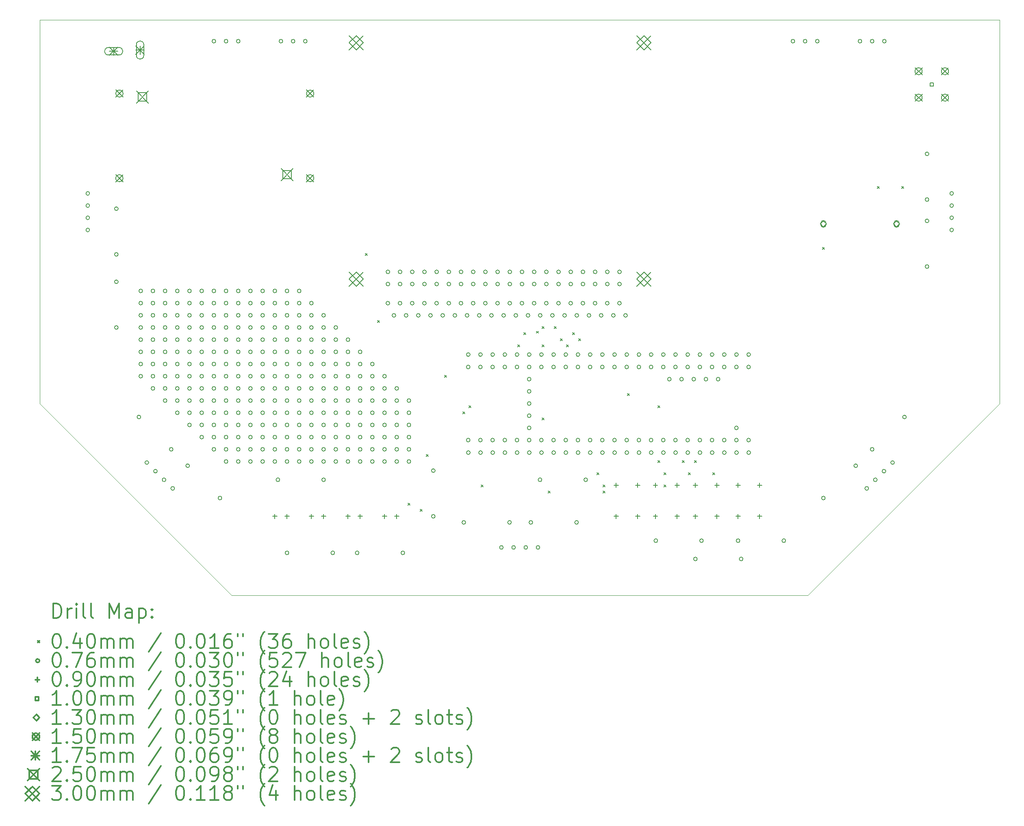
<source format=gbr>
%FSLAX45Y45*%
G04 Gerber Fmt 4.5, Leading zero omitted, Abs format (unit mm)*
G04 Created by KiCad (PCBNEW 5.1.5+dfsg1-2build2) date 2022-02-08 11:10:52*
%MOMM*%
%LPD*%
G04 APERTURE LIST*
%TA.AperFunction,Profile*%
%ADD10C,0.100000*%
%TD*%
%ADD11C,0.200000*%
%ADD12C,0.300000*%
G04 APERTURE END LIST*
D10*
X4500000Y-4000000D02*
X4500000Y-12000000D01*
X24500000Y-4000000D02*
X4500000Y-4000000D01*
X24500000Y-12000000D02*
X24500000Y-4000000D01*
X8500000Y-16000000D02*
X4500000Y-12000000D01*
X20500000Y-16000000D02*
X24500000Y-12000000D01*
X8500000Y-16000000D02*
X20500000Y-16000000D01*
D11*
X11283000Y-8870000D02*
X11323000Y-8910000D01*
X11323000Y-8870000D02*
X11283000Y-8910000D01*
X11537000Y-10267000D02*
X11577000Y-10307000D01*
X11577000Y-10267000D02*
X11537000Y-10307000D01*
X12172000Y-14077000D02*
X12212000Y-14117000D01*
X12212000Y-14077000D02*
X12172000Y-14117000D01*
X12426000Y-14204000D02*
X12466000Y-14244000D01*
X12466000Y-14204000D02*
X12426000Y-14244000D01*
X12553000Y-13061000D02*
X12593000Y-13101000D01*
X12593000Y-13061000D02*
X12553000Y-13101000D01*
X12934000Y-11410000D02*
X12974000Y-11450000D01*
X12974000Y-11410000D02*
X12934000Y-11450000D01*
X13315000Y-12172000D02*
X13355000Y-12212000D01*
X13355000Y-12172000D02*
X13315000Y-12212000D01*
X13442000Y-12045000D02*
X13482000Y-12085000D01*
X13482000Y-12045000D02*
X13442000Y-12085000D01*
X13696000Y-13696000D02*
X13736000Y-13736000D01*
X13736000Y-13696000D02*
X13696000Y-13736000D01*
X14458000Y-10775000D02*
X14498000Y-10815000D01*
X14498000Y-10775000D02*
X14458000Y-10815000D01*
X14585000Y-10521000D02*
X14625000Y-10561000D01*
X14625000Y-10521000D02*
X14585000Y-10561000D01*
X14851999Y-10492429D02*
X14891999Y-10532429D01*
X14891999Y-10492429D02*
X14851999Y-10532429D01*
X14966000Y-10394000D02*
X15006000Y-10434000D01*
X15006000Y-10394000D02*
X14966000Y-10434000D01*
X14966000Y-10775000D02*
X15006000Y-10815000D01*
X15006000Y-10775000D02*
X14966000Y-10815000D01*
X14966000Y-12299000D02*
X15006000Y-12339000D01*
X15006000Y-12299000D02*
X14966000Y-12339000D01*
X15093000Y-13823000D02*
X15133000Y-13863000D01*
X15133000Y-13823000D02*
X15093000Y-13863000D01*
X15220000Y-10394000D02*
X15260000Y-10434000D01*
X15260000Y-10394000D02*
X15220000Y-10434000D01*
X15347000Y-10648000D02*
X15387000Y-10688000D01*
X15387000Y-10648000D02*
X15347000Y-10688000D01*
X15474000Y-10775000D02*
X15514000Y-10815000D01*
X15514000Y-10775000D02*
X15474000Y-10815000D01*
X15601000Y-10521000D02*
X15641000Y-10561000D01*
X15641000Y-10521000D02*
X15601000Y-10561000D01*
X15728000Y-10648000D02*
X15768000Y-10688000D01*
X15768000Y-10648000D02*
X15728000Y-10688000D01*
X16109000Y-13442000D02*
X16149000Y-13482000D01*
X16149000Y-13442000D02*
X16109000Y-13482000D01*
X16236000Y-13696000D02*
X16276000Y-13736000D01*
X16276000Y-13696000D02*
X16236000Y-13736000D01*
X16236000Y-13823000D02*
X16276000Y-13863000D01*
X16276000Y-13823000D02*
X16236000Y-13863000D01*
X16744000Y-11791000D02*
X16784000Y-11831000D01*
X16784000Y-11791000D02*
X16744000Y-11831000D01*
X17379000Y-12045000D02*
X17419000Y-12085000D01*
X17419000Y-12045000D02*
X17379000Y-12085000D01*
X17379000Y-13188000D02*
X17419000Y-13228000D01*
X17419000Y-13188000D02*
X17379000Y-13228000D01*
X17506000Y-13442000D02*
X17546000Y-13482000D01*
X17546000Y-13442000D02*
X17506000Y-13482000D01*
X17506000Y-13696000D02*
X17546000Y-13736000D01*
X17546000Y-13696000D02*
X17506000Y-13736000D01*
X17887000Y-13188000D02*
X17927000Y-13228000D01*
X17927000Y-13188000D02*
X17887000Y-13228000D01*
X18014000Y-13442000D02*
X18054000Y-13482000D01*
X18054000Y-13442000D02*
X18014000Y-13482000D01*
X18141000Y-13188000D02*
X18181000Y-13228000D01*
X18181000Y-13188000D02*
X18141000Y-13228000D01*
X18522000Y-13442000D02*
X18562000Y-13482000D01*
X18562000Y-13442000D02*
X18522000Y-13482000D01*
X20808000Y-8743000D02*
X20848000Y-8783000D01*
X20848000Y-8743000D02*
X20808000Y-8783000D01*
X21951000Y-7473000D02*
X21991000Y-7513000D01*
X21991000Y-7473000D02*
X21951000Y-7513000D01*
X22459000Y-7473000D02*
X22499000Y-7513000D01*
X22499000Y-7473000D02*
X22459000Y-7513000D01*
X9499600Y-13589000D02*
G75*
G03X9499600Y-13589000I-38100J0D01*
G01*
X10452100Y-13589000D02*
G75*
G03X10452100Y-13589000I-38100J0D01*
G01*
X14157100Y-15000000D02*
G75*
G03X14157100Y-15000000I-38100J0D01*
G01*
X14411100Y-15000000D02*
G75*
G03X14411100Y-15000000I-38100J0D01*
G01*
X14665100Y-15000000D02*
G75*
G03X14665100Y-15000000I-38100J0D01*
G01*
X14919100Y-15000000D02*
G75*
G03X14919100Y-15000000I-38100J0D01*
G01*
X17373600Y-14859000D02*
G75*
G03X17373600Y-14859000I-38100J0D01*
G01*
X18326100Y-14859000D02*
G75*
G03X18326100Y-14859000I-38100J0D01*
G01*
X11792100Y-9254000D02*
G75*
G03X11792100Y-9254000I-38100J0D01*
G01*
X11792100Y-9508000D02*
G75*
G03X11792100Y-9508000I-38100J0D01*
G01*
X12046100Y-9254000D02*
G75*
G03X12046100Y-9254000I-38100J0D01*
G01*
X12046100Y-9508000D02*
G75*
G03X12046100Y-9508000I-38100J0D01*
G01*
X12300100Y-9254000D02*
G75*
G03X12300100Y-9254000I-38100J0D01*
G01*
X12300100Y-9508000D02*
G75*
G03X12300100Y-9508000I-38100J0D01*
G01*
X12554100Y-9254000D02*
G75*
G03X12554100Y-9254000I-38100J0D01*
G01*
X12554100Y-9508000D02*
G75*
G03X12554100Y-9508000I-38100J0D01*
G01*
X12808100Y-9254000D02*
G75*
G03X12808100Y-9254000I-38100J0D01*
G01*
X12808100Y-9508000D02*
G75*
G03X12808100Y-9508000I-38100J0D01*
G01*
X13062100Y-9254000D02*
G75*
G03X13062100Y-9254000I-38100J0D01*
G01*
X13062100Y-9508000D02*
G75*
G03X13062100Y-9508000I-38100J0D01*
G01*
X13316100Y-9254000D02*
G75*
G03X13316100Y-9254000I-38100J0D01*
G01*
X13316100Y-9508000D02*
G75*
G03X13316100Y-9508000I-38100J0D01*
G01*
X13570100Y-9254000D02*
G75*
G03X13570100Y-9254000I-38100J0D01*
G01*
X13570100Y-9508000D02*
G75*
G03X13570100Y-9508000I-38100J0D01*
G01*
X13824100Y-9254000D02*
G75*
G03X13824100Y-9254000I-38100J0D01*
G01*
X13824100Y-9508000D02*
G75*
G03X13824100Y-9508000I-38100J0D01*
G01*
X14078100Y-9254000D02*
G75*
G03X14078100Y-9254000I-38100J0D01*
G01*
X14078100Y-9508000D02*
G75*
G03X14078100Y-9508000I-38100J0D01*
G01*
X14332100Y-9254000D02*
G75*
G03X14332100Y-9254000I-38100J0D01*
G01*
X14332100Y-9508000D02*
G75*
G03X14332100Y-9508000I-38100J0D01*
G01*
X14586100Y-9254000D02*
G75*
G03X14586100Y-9254000I-38100J0D01*
G01*
X14586100Y-9508000D02*
G75*
G03X14586100Y-9508000I-38100J0D01*
G01*
X14840100Y-9254000D02*
G75*
G03X14840100Y-9254000I-38100J0D01*
G01*
X14840100Y-9508000D02*
G75*
G03X14840100Y-9508000I-38100J0D01*
G01*
X15094100Y-9254000D02*
G75*
G03X15094100Y-9254000I-38100J0D01*
G01*
X15094100Y-9508000D02*
G75*
G03X15094100Y-9508000I-38100J0D01*
G01*
X15348100Y-9254000D02*
G75*
G03X15348100Y-9254000I-38100J0D01*
G01*
X15348100Y-9508000D02*
G75*
G03X15348100Y-9508000I-38100J0D01*
G01*
X15602100Y-9254000D02*
G75*
G03X15602100Y-9254000I-38100J0D01*
G01*
X15602100Y-9508000D02*
G75*
G03X15602100Y-9508000I-38100J0D01*
G01*
X15856100Y-9254000D02*
G75*
G03X15856100Y-9254000I-38100J0D01*
G01*
X15856100Y-9508000D02*
G75*
G03X15856100Y-9508000I-38100J0D01*
G01*
X16110100Y-9254000D02*
G75*
G03X16110100Y-9254000I-38100J0D01*
G01*
X16110100Y-9508000D02*
G75*
G03X16110100Y-9508000I-38100J0D01*
G01*
X16364100Y-9254000D02*
G75*
G03X16364100Y-9254000I-38100J0D01*
G01*
X16364100Y-9508000D02*
G75*
G03X16364100Y-9508000I-38100J0D01*
G01*
X16618100Y-9254000D02*
G75*
G03X16618100Y-9254000I-38100J0D01*
G01*
X16618100Y-9508000D02*
G75*
G03X16618100Y-9508000I-38100J0D01*
G01*
X20866100Y-13970000D02*
G75*
G03X20866100Y-13970000I-38100J0D01*
G01*
X21539619Y-13296481D02*
G75*
G03X21539619Y-13296481I-38100J0D01*
G01*
X23025100Y-8191500D02*
G75*
G03X23025100Y-8191500I-38100J0D01*
G01*
X23025100Y-9144000D02*
G75*
G03X23025100Y-9144000I-38100J0D01*
G01*
X19088100Y-14859000D02*
G75*
G03X19088100Y-14859000I-38100J0D01*
G01*
X20040600Y-14859000D02*
G75*
G03X20040600Y-14859000I-38100J0D01*
G01*
X23025100Y-6794500D02*
G75*
G03X23025100Y-6794500I-38100J0D01*
G01*
X23025100Y-7747000D02*
G75*
G03X23025100Y-7747000I-38100J0D01*
G01*
X20231100Y-4445000D02*
G75*
G03X20231100Y-4445000I-38100J0D01*
G01*
X20485100Y-4445000D02*
G75*
G03X20485100Y-4445000I-38100J0D01*
G01*
X20739100Y-4445000D02*
G75*
G03X20739100Y-4445000I-38100J0D01*
G01*
X13373100Y-14478000D02*
G75*
G03X13373100Y-14478000I-38100J0D01*
G01*
X14325600Y-14478000D02*
G75*
G03X14325600Y-14478000I-38100J0D01*
G01*
X21882100Y-12954000D02*
G75*
G03X21882100Y-12954000I-38100J0D01*
G01*
X22555619Y-12280481D02*
G75*
G03X22555619Y-12280481I-38100J0D01*
G01*
X21768692Y-13769408D02*
G75*
G03X21768692Y-13769408I-38100J0D01*
G01*
X21948297Y-13589803D02*
G75*
G03X21948297Y-13589803I-38100J0D01*
G01*
X22127903Y-13410197D02*
G75*
G03X22127903Y-13410197I-38100J0D01*
G01*
X22307508Y-13230592D02*
G75*
G03X22307508Y-13230592I-38100J0D01*
G01*
X13468350Y-13023850D02*
G75*
G03X13468350Y-13023850I-38100J0D01*
G01*
X13722350Y-13023850D02*
G75*
G03X13722350Y-13023850I-38100J0D01*
G01*
X13976350Y-13023850D02*
G75*
G03X13976350Y-13023850I-38100J0D01*
G01*
X14230350Y-13023850D02*
G75*
G03X14230350Y-13023850I-38100J0D01*
G01*
X14484350Y-13023850D02*
G75*
G03X14484350Y-13023850I-38100J0D01*
G01*
X14738350Y-13023850D02*
G75*
G03X14738350Y-13023850I-38100J0D01*
G01*
X14992350Y-13023850D02*
G75*
G03X14992350Y-13023850I-38100J0D01*
G01*
X15246350Y-13023850D02*
G75*
G03X15246350Y-13023850I-38100J0D01*
G01*
X15500350Y-13023850D02*
G75*
G03X15500350Y-13023850I-38100J0D01*
G01*
X15754350Y-13023850D02*
G75*
G03X15754350Y-13023850I-38100J0D01*
G01*
X16008350Y-13023850D02*
G75*
G03X16008350Y-13023850I-38100J0D01*
G01*
X16262350Y-13023850D02*
G75*
G03X16262350Y-13023850I-38100J0D01*
G01*
X16516350Y-13023850D02*
G75*
G03X16516350Y-13023850I-38100J0D01*
G01*
X16770350Y-13023850D02*
G75*
G03X16770350Y-13023850I-38100J0D01*
G01*
X17024350Y-13023850D02*
G75*
G03X17024350Y-13023850I-38100J0D01*
G01*
X17278350Y-13023850D02*
G75*
G03X17278350Y-13023850I-38100J0D01*
G01*
X17532350Y-13023850D02*
G75*
G03X17532350Y-13023850I-38100J0D01*
G01*
X17786350Y-13023850D02*
G75*
G03X17786350Y-13023850I-38100J0D01*
G01*
X18040350Y-13023850D02*
G75*
G03X18040350Y-13023850I-38100J0D01*
G01*
X18294350Y-13023850D02*
G75*
G03X18294350Y-13023850I-38100J0D01*
G01*
X18548350Y-13023850D02*
G75*
G03X18548350Y-13023850I-38100J0D01*
G01*
X18802350Y-13023850D02*
G75*
G03X18802350Y-13023850I-38100J0D01*
G01*
X19056350Y-13023850D02*
G75*
G03X19056350Y-13023850I-38100J0D01*
G01*
X19310350Y-13023850D02*
G75*
G03X19310350Y-13023850I-38100J0D01*
G01*
X6134100Y-7937500D02*
G75*
G03X6134100Y-7937500I-38100J0D01*
G01*
X6134100Y-8890000D02*
G75*
G03X6134100Y-8890000I-38100J0D01*
G01*
X13466100Y-11238000D02*
G75*
G03X13466100Y-11238000I-38100J0D01*
G01*
X13466100Y-12762000D02*
G75*
G03X13466100Y-12762000I-38100J0D01*
G01*
X13720100Y-11238000D02*
G75*
G03X13720100Y-11238000I-38100J0D01*
G01*
X13720100Y-12762000D02*
G75*
G03X13720100Y-12762000I-38100J0D01*
G01*
X13974100Y-11238000D02*
G75*
G03X13974100Y-11238000I-38100J0D01*
G01*
X13974100Y-12762000D02*
G75*
G03X13974100Y-12762000I-38100J0D01*
G01*
X14228100Y-11238000D02*
G75*
G03X14228100Y-11238000I-38100J0D01*
G01*
X14228100Y-12762000D02*
G75*
G03X14228100Y-12762000I-38100J0D01*
G01*
X14482100Y-11238000D02*
G75*
G03X14482100Y-11238000I-38100J0D01*
G01*
X14482100Y-12762000D02*
G75*
G03X14482100Y-12762000I-38100J0D01*
G01*
X14736100Y-11238000D02*
G75*
G03X14736100Y-11238000I-38100J0D01*
G01*
X14736100Y-11492000D02*
G75*
G03X14736100Y-11492000I-38100J0D01*
G01*
X14736100Y-11746000D02*
G75*
G03X14736100Y-11746000I-38100J0D01*
G01*
X14736100Y-12000000D02*
G75*
G03X14736100Y-12000000I-38100J0D01*
G01*
X14736100Y-12254000D02*
G75*
G03X14736100Y-12254000I-38100J0D01*
G01*
X14736100Y-12508000D02*
G75*
G03X14736100Y-12508000I-38100J0D01*
G01*
X14736100Y-12762000D02*
G75*
G03X14736100Y-12762000I-38100J0D01*
G01*
X14990100Y-11238000D02*
G75*
G03X14990100Y-11238000I-38100J0D01*
G01*
X14990100Y-12762000D02*
G75*
G03X14990100Y-12762000I-38100J0D01*
G01*
X15244100Y-11238000D02*
G75*
G03X15244100Y-11238000I-38100J0D01*
G01*
X15244100Y-12762000D02*
G75*
G03X15244100Y-12762000I-38100J0D01*
G01*
X15498100Y-11238000D02*
G75*
G03X15498100Y-11238000I-38100J0D01*
G01*
X15498100Y-12762000D02*
G75*
G03X15498100Y-12762000I-38100J0D01*
G01*
X15752100Y-11238000D02*
G75*
G03X15752100Y-11238000I-38100J0D01*
G01*
X15752100Y-12762000D02*
G75*
G03X15752100Y-12762000I-38100J0D01*
G01*
X16006100Y-11238000D02*
G75*
G03X16006100Y-11238000I-38100J0D01*
G01*
X16006100Y-12762000D02*
G75*
G03X16006100Y-12762000I-38100J0D01*
G01*
X16260100Y-11238000D02*
G75*
G03X16260100Y-11238000I-38100J0D01*
G01*
X16260100Y-12762000D02*
G75*
G03X16260100Y-12762000I-38100J0D01*
G01*
X16514100Y-11238000D02*
G75*
G03X16514100Y-11238000I-38100J0D01*
G01*
X16514100Y-12762000D02*
G75*
G03X16514100Y-12762000I-38100J0D01*
G01*
X16768100Y-11238000D02*
G75*
G03X16768100Y-11238000I-38100J0D01*
G01*
X16768100Y-12762000D02*
G75*
G03X16768100Y-12762000I-38100J0D01*
G01*
X17022100Y-11238000D02*
G75*
G03X17022100Y-11238000I-38100J0D01*
G01*
X17022100Y-12762000D02*
G75*
G03X17022100Y-12762000I-38100J0D01*
G01*
X17276100Y-11238000D02*
G75*
G03X17276100Y-11238000I-38100J0D01*
G01*
X17276100Y-12762000D02*
G75*
G03X17276100Y-12762000I-38100J0D01*
G01*
X17530100Y-11238000D02*
G75*
G03X17530100Y-11238000I-38100J0D01*
G01*
X17530100Y-12762000D02*
G75*
G03X17530100Y-12762000I-38100J0D01*
G01*
X17657100Y-11492000D02*
G75*
G03X17657100Y-11492000I-38100J0D01*
G01*
X17784100Y-11238000D02*
G75*
G03X17784100Y-11238000I-38100J0D01*
G01*
X17784100Y-12762000D02*
G75*
G03X17784100Y-12762000I-38100J0D01*
G01*
X17911100Y-11492000D02*
G75*
G03X17911100Y-11492000I-38100J0D01*
G01*
X18038100Y-11238000D02*
G75*
G03X18038100Y-11238000I-38100J0D01*
G01*
X18038100Y-12762000D02*
G75*
G03X18038100Y-12762000I-38100J0D01*
G01*
X18165100Y-11492000D02*
G75*
G03X18165100Y-11492000I-38100J0D01*
G01*
X18292100Y-11238000D02*
G75*
G03X18292100Y-11238000I-38100J0D01*
G01*
X18292100Y-12762000D02*
G75*
G03X18292100Y-12762000I-38100J0D01*
G01*
X18419100Y-11492000D02*
G75*
G03X18419100Y-11492000I-38100J0D01*
G01*
X18546100Y-11238000D02*
G75*
G03X18546100Y-11238000I-38100J0D01*
G01*
X18546100Y-12762000D02*
G75*
G03X18546100Y-12762000I-38100J0D01*
G01*
X18673100Y-11492000D02*
G75*
G03X18673100Y-11492000I-38100J0D01*
G01*
X18800100Y-11238000D02*
G75*
G03X18800100Y-11238000I-38100J0D01*
G01*
X18800100Y-12762000D02*
G75*
G03X18800100Y-12762000I-38100J0D01*
G01*
X19054100Y-11238000D02*
G75*
G03X19054100Y-11238000I-38100J0D01*
G01*
X19054100Y-12508000D02*
G75*
G03X19054100Y-12508000I-38100J0D01*
G01*
X19054100Y-12762000D02*
G75*
G03X19054100Y-12762000I-38100J0D01*
G01*
X19308100Y-11238000D02*
G75*
G03X19308100Y-11238000I-38100J0D01*
G01*
X19308100Y-12762000D02*
G75*
G03X19308100Y-12762000I-38100J0D01*
G01*
X13467080Y-10979150D02*
G75*
G03X13467080Y-10979150I-38100J0D01*
G01*
X13721080Y-10979150D02*
G75*
G03X13721080Y-10979150I-38100J0D01*
G01*
X13975080Y-10979150D02*
G75*
G03X13975080Y-10979150I-38100J0D01*
G01*
X14229080Y-10979150D02*
G75*
G03X14229080Y-10979150I-38100J0D01*
G01*
X14483080Y-10979150D02*
G75*
G03X14483080Y-10979150I-38100J0D01*
G01*
X14737080Y-10979150D02*
G75*
G03X14737080Y-10979150I-38100J0D01*
G01*
X14991080Y-10979150D02*
G75*
G03X14991080Y-10979150I-38100J0D01*
G01*
X15245080Y-10979150D02*
G75*
G03X15245080Y-10979150I-38100J0D01*
G01*
X15499080Y-10979150D02*
G75*
G03X15499080Y-10979150I-38100J0D01*
G01*
X15753080Y-10979150D02*
G75*
G03X15753080Y-10979150I-38100J0D01*
G01*
X16007080Y-10979150D02*
G75*
G03X16007080Y-10979150I-38100J0D01*
G01*
X16261080Y-10979150D02*
G75*
G03X16261080Y-10979150I-38100J0D01*
G01*
X16515080Y-10979150D02*
G75*
G03X16515080Y-10979150I-38100J0D01*
G01*
X16769080Y-10979150D02*
G75*
G03X16769080Y-10979150I-38100J0D01*
G01*
X17023080Y-10979150D02*
G75*
G03X17023080Y-10979150I-38100J0D01*
G01*
X17277080Y-10979150D02*
G75*
G03X17277080Y-10979150I-38100J0D01*
G01*
X17531080Y-10979150D02*
G75*
G03X17531080Y-10979150I-38100J0D01*
G01*
X17785080Y-10979150D02*
G75*
G03X17785080Y-10979150I-38100J0D01*
G01*
X18039080Y-10979150D02*
G75*
G03X18039080Y-10979150I-38100J0D01*
G01*
X18293080Y-10979150D02*
G75*
G03X18293080Y-10979150I-38100J0D01*
G01*
X18547080Y-10979150D02*
G75*
G03X18547080Y-10979150I-38100J0D01*
G01*
X18801080Y-10979150D02*
G75*
G03X18801080Y-10979150I-38100J0D01*
G01*
X19055080Y-10979150D02*
G75*
G03X19055080Y-10979150I-38100J0D01*
G01*
X19309080Y-10979150D02*
G75*
G03X19309080Y-10979150I-38100J0D01*
G01*
X12738100Y-13398500D02*
G75*
G03X12738100Y-13398500I-38100J0D01*
G01*
X12738100Y-14351000D02*
G75*
G03X12738100Y-14351000I-38100J0D01*
G01*
X9690100Y-15113000D02*
G75*
G03X9690100Y-15113000I-38100J0D01*
G01*
X10642600Y-15113000D02*
G75*
G03X10642600Y-15113000I-38100J0D01*
G01*
X21628100Y-4445000D02*
G75*
G03X21628100Y-4445000I-38100J0D01*
G01*
X21882100Y-4445000D02*
G75*
G03X21882100Y-4445000I-38100J0D01*
G01*
X22136100Y-4445000D02*
G75*
G03X22136100Y-4445000I-38100J0D01*
G01*
X6642100Y-9652000D02*
G75*
G03X6642100Y-9652000I-38100J0D01*
G01*
X6642100Y-9906000D02*
G75*
G03X6642100Y-9906000I-38100J0D01*
G01*
X6642100Y-10160000D02*
G75*
G03X6642100Y-10160000I-38100J0D01*
G01*
X6642100Y-10414000D02*
G75*
G03X6642100Y-10414000I-38100J0D01*
G01*
X6642100Y-10668000D02*
G75*
G03X6642100Y-10668000I-38100J0D01*
G01*
X6642100Y-10922000D02*
G75*
G03X6642100Y-10922000I-38100J0D01*
G01*
X6642100Y-11176000D02*
G75*
G03X6642100Y-11176000I-38100J0D01*
G01*
X6642100Y-11430000D02*
G75*
G03X6642100Y-11430000I-38100J0D01*
G01*
X6896100Y-9652000D02*
G75*
G03X6896100Y-9652000I-38100J0D01*
G01*
X6896100Y-9906000D02*
G75*
G03X6896100Y-9906000I-38100J0D01*
G01*
X6896100Y-10160000D02*
G75*
G03X6896100Y-10160000I-38100J0D01*
G01*
X6896100Y-10414000D02*
G75*
G03X6896100Y-10414000I-38100J0D01*
G01*
X6896100Y-10668000D02*
G75*
G03X6896100Y-10668000I-38100J0D01*
G01*
X6896100Y-10922000D02*
G75*
G03X6896100Y-10922000I-38100J0D01*
G01*
X6896100Y-11176000D02*
G75*
G03X6896100Y-11176000I-38100J0D01*
G01*
X6896100Y-11430000D02*
G75*
G03X6896100Y-11430000I-38100J0D01*
G01*
X6896100Y-11684000D02*
G75*
G03X6896100Y-11684000I-38100J0D01*
G01*
X7150100Y-9652000D02*
G75*
G03X7150100Y-9652000I-38100J0D01*
G01*
X7150100Y-9906000D02*
G75*
G03X7150100Y-9906000I-38100J0D01*
G01*
X7150100Y-10160000D02*
G75*
G03X7150100Y-10160000I-38100J0D01*
G01*
X7150100Y-10414000D02*
G75*
G03X7150100Y-10414000I-38100J0D01*
G01*
X7150100Y-10668000D02*
G75*
G03X7150100Y-10668000I-38100J0D01*
G01*
X7150100Y-10922000D02*
G75*
G03X7150100Y-10922000I-38100J0D01*
G01*
X7150100Y-11176000D02*
G75*
G03X7150100Y-11176000I-38100J0D01*
G01*
X7150100Y-11430000D02*
G75*
G03X7150100Y-11430000I-38100J0D01*
G01*
X7150100Y-11684000D02*
G75*
G03X7150100Y-11684000I-38100J0D01*
G01*
X7150100Y-11938000D02*
G75*
G03X7150100Y-11938000I-38100J0D01*
G01*
X7404100Y-9652000D02*
G75*
G03X7404100Y-9652000I-38100J0D01*
G01*
X7404100Y-9906000D02*
G75*
G03X7404100Y-9906000I-38100J0D01*
G01*
X7404100Y-10160000D02*
G75*
G03X7404100Y-10160000I-38100J0D01*
G01*
X7404100Y-10414000D02*
G75*
G03X7404100Y-10414000I-38100J0D01*
G01*
X7404100Y-10668000D02*
G75*
G03X7404100Y-10668000I-38100J0D01*
G01*
X7404100Y-10922000D02*
G75*
G03X7404100Y-10922000I-38100J0D01*
G01*
X7404100Y-11176000D02*
G75*
G03X7404100Y-11176000I-38100J0D01*
G01*
X7404100Y-11430000D02*
G75*
G03X7404100Y-11430000I-38100J0D01*
G01*
X7404100Y-11684000D02*
G75*
G03X7404100Y-11684000I-38100J0D01*
G01*
X7404100Y-11938000D02*
G75*
G03X7404100Y-11938000I-38100J0D01*
G01*
X7404100Y-12192000D02*
G75*
G03X7404100Y-12192000I-38100J0D01*
G01*
X7658100Y-9652000D02*
G75*
G03X7658100Y-9652000I-38100J0D01*
G01*
X7658100Y-9906000D02*
G75*
G03X7658100Y-9906000I-38100J0D01*
G01*
X7658100Y-10160000D02*
G75*
G03X7658100Y-10160000I-38100J0D01*
G01*
X7658100Y-10414000D02*
G75*
G03X7658100Y-10414000I-38100J0D01*
G01*
X7658100Y-10668000D02*
G75*
G03X7658100Y-10668000I-38100J0D01*
G01*
X7658100Y-10922000D02*
G75*
G03X7658100Y-10922000I-38100J0D01*
G01*
X7658100Y-11176000D02*
G75*
G03X7658100Y-11176000I-38100J0D01*
G01*
X7658100Y-11430000D02*
G75*
G03X7658100Y-11430000I-38100J0D01*
G01*
X7658100Y-11684000D02*
G75*
G03X7658100Y-11684000I-38100J0D01*
G01*
X7658100Y-11938000D02*
G75*
G03X7658100Y-11938000I-38100J0D01*
G01*
X7658100Y-12192000D02*
G75*
G03X7658100Y-12192000I-38100J0D01*
G01*
X7658100Y-12446000D02*
G75*
G03X7658100Y-12446000I-38100J0D01*
G01*
X7912100Y-9652000D02*
G75*
G03X7912100Y-9652000I-38100J0D01*
G01*
X7912100Y-9906000D02*
G75*
G03X7912100Y-9906000I-38100J0D01*
G01*
X7912100Y-10160000D02*
G75*
G03X7912100Y-10160000I-38100J0D01*
G01*
X7912100Y-10414000D02*
G75*
G03X7912100Y-10414000I-38100J0D01*
G01*
X7912100Y-10668000D02*
G75*
G03X7912100Y-10668000I-38100J0D01*
G01*
X7912100Y-10922000D02*
G75*
G03X7912100Y-10922000I-38100J0D01*
G01*
X7912100Y-11176000D02*
G75*
G03X7912100Y-11176000I-38100J0D01*
G01*
X7912100Y-11430000D02*
G75*
G03X7912100Y-11430000I-38100J0D01*
G01*
X7912100Y-11684000D02*
G75*
G03X7912100Y-11684000I-38100J0D01*
G01*
X7912100Y-11938000D02*
G75*
G03X7912100Y-11938000I-38100J0D01*
G01*
X7912100Y-12192000D02*
G75*
G03X7912100Y-12192000I-38100J0D01*
G01*
X7912100Y-12446000D02*
G75*
G03X7912100Y-12446000I-38100J0D01*
G01*
X7912100Y-12700000D02*
G75*
G03X7912100Y-12700000I-38100J0D01*
G01*
X8166100Y-9652000D02*
G75*
G03X8166100Y-9652000I-38100J0D01*
G01*
X8166100Y-9906000D02*
G75*
G03X8166100Y-9906000I-38100J0D01*
G01*
X8166100Y-10160000D02*
G75*
G03X8166100Y-10160000I-38100J0D01*
G01*
X8166100Y-10414000D02*
G75*
G03X8166100Y-10414000I-38100J0D01*
G01*
X8166100Y-10668000D02*
G75*
G03X8166100Y-10668000I-38100J0D01*
G01*
X8166100Y-10922000D02*
G75*
G03X8166100Y-10922000I-38100J0D01*
G01*
X8166100Y-11176000D02*
G75*
G03X8166100Y-11176000I-38100J0D01*
G01*
X8166100Y-11430000D02*
G75*
G03X8166100Y-11430000I-38100J0D01*
G01*
X8166100Y-11684000D02*
G75*
G03X8166100Y-11684000I-38100J0D01*
G01*
X8166100Y-11938000D02*
G75*
G03X8166100Y-11938000I-38100J0D01*
G01*
X8166100Y-12192000D02*
G75*
G03X8166100Y-12192000I-38100J0D01*
G01*
X8166100Y-12446000D02*
G75*
G03X8166100Y-12446000I-38100J0D01*
G01*
X8166100Y-12700000D02*
G75*
G03X8166100Y-12700000I-38100J0D01*
G01*
X8166100Y-12954000D02*
G75*
G03X8166100Y-12954000I-38100J0D01*
G01*
X8420100Y-9652000D02*
G75*
G03X8420100Y-9652000I-38100J0D01*
G01*
X8420100Y-9906000D02*
G75*
G03X8420100Y-9906000I-38100J0D01*
G01*
X8420100Y-10160000D02*
G75*
G03X8420100Y-10160000I-38100J0D01*
G01*
X8420100Y-10414000D02*
G75*
G03X8420100Y-10414000I-38100J0D01*
G01*
X8420100Y-10668000D02*
G75*
G03X8420100Y-10668000I-38100J0D01*
G01*
X8420100Y-10922000D02*
G75*
G03X8420100Y-10922000I-38100J0D01*
G01*
X8420100Y-11176000D02*
G75*
G03X8420100Y-11176000I-38100J0D01*
G01*
X8420100Y-11430000D02*
G75*
G03X8420100Y-11430000I-38100J0D01*
G01*
X8420100Y-11684000D02*
G75*
G03X8420100Y-11684000I-38100J0D01*
G01*
X8420100Y-11938000D02*
G75*
G03X8420100Y-11938000I-38100J0D01*
G01*
X8420100Y-12192000D02*
G75*
G03X8420100Y-12192000I-38100J0D01*
G01*
X8420100Y-12446000D02*
G75*
G03X8420100Y-12446000I-38100J0D01*
G01*
X8420100Y-12700000D02*
G75*
G03X8420100Y-12700000I-38100J0D01*
G01*
X8420100Y-12954000D02*
G75*
G03X8420100Y-12954000I-38100J0D01*
G01*
X8420100Y-13208000D02*
G75*
G03X8420100Y-13208000I-38100J0D01*
G01*
X8674100Y-9652000D02*
G75*
G03X8674100Y-9652000I-38100J0D01*
G01*
X8674100Y-9906000D02*
G75*
G03X8674100Y-9906000I-38100J0D01*
G01*
X8674100Y-10160000D02*
G75*
G03X8674100Y-10160000I-38100J0D01*
G01*
X8674100Y-10414000D02*
G75*
G03X8674100Y-10414000I-38100J0D01*
G01*
X8674100Y-10668000D02*
G75*
G03X8674100Y-10668000I-38100J0D01*
G01*
X8674100Y-10922000D02*
G75*
G03X8674100Y-10922000I-38100J0D01*
G01*
X8674100Y-11176000D02*
G75*
G03X8674100Y-11176000I-38100J0D01*
G01*
X8674100Y-11430000D02*
G75*
G03X8674100Y-11430000I-38100J0D01*
G01*
X8674100Y-11684000D02*
G75*
G03X8674100Y-11684000I-38100J0D01*
G01*
X8674100Y-11938000D02*
G75*
G03X8674100Y-11938000I-38100J0D01*
G01*
X8674100Y-12192000D02*
G75*
G03X8674100Y-12192000I-38100J0D01*
G01*
X8674100Y-12446000D02*
G75*
G03X8674100Y-12446000I-38100J0D01*
G01*
X8674100Y-12700000D02*
G75*
G03X8674100Y-12700000I-38100J0D01*
G01*
X8674100Y-12954000D02*
G75*
G03X8674100Y-12954000I-38100J0D01*
G01*
X8674100Y-13208000D02*
G75*
G03X8674100Y-13208000I-38100J0D01*
G01*
X8928100Y-9652000D02*
G75*
G03X8928100Y-9652000I-38100J0D01*
G01*
X8928100Y-9906000D02*
G75*
G03X8928100Y-9906000I-38100J0D01*
G01*
X8928100Y-10160000D02*
G75*
G03X8928100Y-10160000I-38100J0D01*
G01*
X8928100Y-10414000D02*
G75*
G03X8928100Y-10414000I-38100J0D01*
G01*
X8928100Y-10668000D02*
G75*
G03X8928100Y-10668000I-38100J0D01*
G01*
X8928100Y-10922000D02*
G75*
G03X8928100Y-10922000I-38100J0D01*
G01*
X8928100Y-11176000D02*
G75*
G03X8928100Y-11176000I-38100J0D01*
G01*
X8928100Y-11430000D02*
G75*
G03X8928100Y-11430000I-38100J0D01*
G01*
X8928100Y-11684000D02*
G75*
G03X8928100Y-11684000I-38100J0D01*
G01*
X8928100Y-11938000D02*
G75*
G03X8928100Y-11938000I-38100J0D01*
G01*
X8928100Y-12192000D02*
G75*
G03X8928100Y-12192000I-38100J0D01*
G01*
X8928100Y-12446000D02*
G75*
G03X8928100Y-12446000I-38100J0D01*
G01*
X8928100Y-12700000D02*
G75*
G03X8928100Y-12700000I-38100J0D01*
G01*
X8928100Y-12954000D02*
G75*
G03X8928100Y-12954000I-38100J0D01*
G01*
X8928100Y-13208000D02*
G75*
G03X8928100Y-13208000I-38100J0D01*
G01*
X9182100Y-9652000D02*
G75*
G03X9182100Y-9652000I-38100J0D01*
G01*
X9182100Y-9906000D02*
G75*
G03X9182100Y-9906000I-38100J0D01*
G01*
X9182100Y-10160000D02*
G75*
G03X9182100Y-10160000I-38100J0D01*
G01*
X9182100Y-10414000D02*
G75*
G03X9182100Y-10414000I-38100J0D01*
G01*
X9182100Y-10668000D02*
G75*
G03X9182100Y-10668000I-38100J0D01*
G01*
X9182100Y-10922000D02*
G75*
G03X9182100Y-10922000I-38100J0D01*
G01*
X9182100Y-11176000D02*
G75*
G03X9182100Y-11176000I-38100J0D01*
G01*
X9182100Y-11430000D02*
G75*
G03X9182100Y-11430000I-38100J0D01*
G01*
X9182100Y-11684000D02*
G75*
G03X9182100Y-11684000I-38100J0D01*
G01*
X9182100Y-11938000D02*
G75*
G03X9182100Y-11938000I-38100J0D01*
G01*
X9182100Y-12192000D02*
G75*
G03X9182100Y-12192000I-38100J0D01*
G01*
X9182100Y-12446000D02*
G75*
G03X9182100Y-12446000I-38100J0D01*
G01*
X9182100Y-12700000D02*
G75*
G03X9182100Y-12700000I-38100J0D01*
G01*
X9182100Y-12954000D02*
G75*
G03X9182100Y-12954000I-38100J0D01*
G01*
X9182100Y-13208000D02*
G75*
G03X9182100Y-13208000I-38100J0D01*
G01*
X9436100Y-9652000D02*
G75*
G03X9436100Y-9652000I-38100J0D01*
G01*
X9436100Y-9906000D02*
G75*
G03X9436100Y-9906000I-38100J0D01*
G01*
X9436100Y-10160000D02*
G75*
G03X9436100Y-10160000I-38100J0D01*
G01*
X9436100Y-10414000D02*
G75*
G03X9436100Y-10414000I-38100J0D01*
G01*
X9436100Y-10668000D02*
G75*
G03X9436100Y-10668000I-38100J0D01*
G01*
X9436100Y-10922000D02*
G75*
G03X9436100Y-10922000I-38100J0D01*
G01*
X9436100Y-11176000D02*
G75*
G03X9436100Y-11176000I-38100J0D01*
G01*
X9436100Y-11430000D02*
G75*
G03X9436100Y-11430000I-38100J0D01*
G01*
X9436100Y-11684000D02*
G75*
G03X9436100Y-11684000I-38100J0D01*
G01*
X9436100Y-11938000D02*
G75*
G03X9436100Y-11938000I-38100J0D01*
G01*
X9436100Y-12192000D02*
G75*
G03X9436100Y-12192000I-38100J0D01*
G01*
X9436100Y-12446000D02*
G75*
G03X9436100Y-12446000I-38100J0D01*
G01*
X9436100Y-12700000D02*
G75*
G03X9436100Y-12700000I-38100J0D01*
G01*
X9436100Y-12954000D02*
G75*
G03X9436100Y-12954000I-38100J0D01*
G01*
X9436100Y-13208000D02*
G75*
G03X9436100Y-13208000I-38100J0D01*
G01*
X9690100Y-9652000D02*
G75*
G03X9690100Y-9652000I-38100J0D01*
G01*
X9690100Y-9906000D02*
G75*
G03X9690100Y-9906000I-38100J0D01*
G01*
X9690100Y-10160000D02*
G75*
G03X9690100Y-10160000I-38100J0D01*
G01*
X9690100Y-10414000D02*
G75*
G03X9690100Y-10414000I-38100J0D01*
G01*
X9690100Y-10668000D02*
G75*
G03X9690100Y-10668000I-38100J0D01*
G01*
X9690100Y-10922000D02*
G75*
G03X9690100Y-10922000I-38100J0D01*
G01*
X9690100Y-11176000D02*
G75*
G03X9690100Y-11176000I-38100J0D01*
G01*
X9690100Y-11430000D02*
G75*
G03X9690100Y-11430000I-38100J0D01*
G01*
X9690100Y-11684000D02*
G75*
G03X9690100Y-11684000I-38100J0D01*
G01*
X9690100Y-11938000D02*
G75*
G03X9690100Y-11938000I-38100J0D01*
G01*
X9690100Y-12192000D02*
G75*
G03X9690100Y-12192000I-38100J0D01*
G01*
X9690100Y-12446000D02*
G75*
G03X9690100Y-12446000I-38100J0D01*
G01*
X9690100Y-12700000D02*
G75*
G03X9690100Y-12700000I-38100J0D01*
G01*
X9690100Y-12954000D02*
G75*
G03X9690100Y-12954000I-38100J0D01*
G01*
X9690100Y-13208000D02*
G75*
G03X9690100Y-13208000I-38100J0D01*
G01*
X9944100Y-9652000D02*
G75*
G03X9944100Y-9652000I-38100J0D01*
G01*
X9944100Y-9906000D02*
G75*
G03X9944100Y-9906000I-38100J0D01*
G01*
X9944100Y-10160000D02*
G75*
G03X9944100Y-10160000I-38100J0D01*
G01*
X9944100Y-10414000D02*
G75*
G03X9944100Y-10414000I-38100J0D01*
G01*
X9944100Y-10668000D02*
G75*
G03X9944100Y-10668000I-38100J0D01*
G01*
X9944100Y-10922000D02*
G75*
G03X9944100Y-10922000I-38100J0D01*
G01*
X9944100Y-11176000D02*
G75*
G03X9944100Y-11176000I-38100J0D01*
G01*
X9944100Y-11430000D02*
G75*
G03X9944100Y-11430000I-38100J0D01*
G01*
X9944100Y-11684000D02*
G75*
G03X9944100Y-11684000I-38100J0D01*
G01*
X9944100Y-11938000D02*
G75*
G03X9944100Y-11938000I-38100J0D01*
G01*
X9944100Y-12192000D02*
G75*
G03X9944100Y-12192000I-38100J0D01*
G01*
X9944100Y-12446000D02*
G75*
G03X9944100Y-12446000I-38100J0D01*
G01*
X9944100Y-12700000D02*
G75*
G03X9944100Y-12700000I-38100J0D01*
G01*
X9944100Y-12954000D02*
G75*
G03X9944100Y-12954000I-38100J0D01*
G01*
X9944100Y-13208000D02*
G75*
G03X9944100Y-13208000I-38100J0D01*
G01*
X10198100Y-9906000D02*
G75*
G03X10198100Y-9906000I-38100J0D01*
G01*
X10198100Y-10160000D02*
G75*
G03X10198100Y-10160000I-38100J0D01*
G01*
X10198100Y-10414000D02*
G75*
G03X10198100Y-10414000I-38100J0D01*
G01*
X10198100Y-10668000D02*
G75*
G03X10198100Y-10668000I-38100J0D01*
G01*
X10198100Y-10922000D02*
G75*
G03X10198100Y-10922000I-38100J0D01*
G01*
X10198100Y-11176000D02*
G75*
G03X10198100Y-11176000I-38100J0D01*
G01*
X10198100Y-11430000D02*
G75*
G03X10198100Y-11430000I-38100J0D01*
G01*
X10198100Y-11684000D02*
G75*
G03X10198100Y-11684000I-38100J0D01*
G01*
X10198100Y-11938000D02*
G75*
G03X10198100Y-11938000I-38100J0D01*
G01*
X10198100Y-12192000D02*
G75*
G03X10198100Y-12192000I-38100J0D01*
G01*
X10198100Y-12446000D02*
G75*
G03X10198100Y-12446000I-38100J0D01*
G01*
X10198100Y-12700000D02*
G75*
G03X10198100Y-12700000I-38100J0D01*
G01*
X10198100Y-12954000D02*
G75*
G03X10198100Y-12954000I-38100J0D01*
G01*
X10198100Y-13208000D02*
G75*
G03X10198100Y-13208000I-38100J0D01*
G01*
X10452100Y-10160000D02*
G75*
G03X10452100Y-10160000I-38100J0D01*
G01*
X10452100Y-10414000D02*
G75*
G03X10452100Y-10414000I-38100J0D01*
G01*
X10452100Y-10668000D02*
G75*
G03X10452100Y-10668000I-38100J0D01*
G01*
X10452100Y-10922000D02*
G75*
G03X10452100Y-10922000I-38100J0D01*
G01*
X10452100Y-11176000D02*
G75*
G03X10452100Y-11176000I-38100J0D01*
G01*
X10452100Y-11430000D02*
G75*
G03X10452100Y-11430000I-38100J0D01*
G01*
X10452100Y-11684000D02*
G75*
G03X10452100Y-11684000I-38100J0D01*
G01*
X10452100Y-11938000D02*
G75*
G03X10452100Y-11938000I-38100J0D01*
G01*
X10452100Y-12192000D02*
G75*
G03X10452100Y-12192000I-38100J0D01*
G01*
X10452100Y-12446000D02*
G75*
G03X10452100Y-12446000I-38100J0D01*
G01*
X10452100Y-12700000D02*
G75*
G03X10452100Y-12700000I-38100J0D01*
G01*
X10452100Y-12954000D02*
G75*
G03X10452100Y-12954000I-38100J0D01*
G01*
X10452100Y-13208000D02*
G75*
G03X10452100Y-13208000I-38100J0D01*
G01*
X10706100Y-10414000D02*
G75*
G03X10706100Y-10414000I-38100J0D01*
G01*
X10706100Y-10668000D02*
G75*
G03X10706100Y-10668000I-38100J0D01*
G01*
X10706100Y-10922000D02*
G75*
G03X10706100Y-10922000I-38100J0D01*
G01*
X10706100Y-11176000D02*
G75*
G03X10706100Y-11176000I-38100J0D01*
G01*
X10706100Y-11430000D02*
G75*
G03X10706100Y-11430000I-38100J0D01*
G01*
X10706100Y-11684000D02*
G75*
G03X10706100Y-11684000I-38100J0D01*
G01*
X10706100Y-11938000D02*
G75*
G03X10706100Y-11938000I-38100J0D01*
G01*
X10706100Y-12192000D02*
G75*
G03X10706100Y-12192000I-38100J0D01*
G01*
X10706100Y-12446000D02*
G75*
G03X10706100Y-12446000I-38100J0D01*
G01*
X10706100Y-12700000D02*
G75*
G03X10706100Y-12700000I-38100J0D01*
G01*
X10706100Y-12954000D02*
G75*
G03X10706100Y-12954000I-38100J0D01*
G01*
X10706100Y-13208000D02*
G75*
G03X10706100Y-13208000I-38100J0D01*
G01*
X10960100Y-10668000D02*
G75*
G03X10960100Y-10668000I-38100J0D01*
G01*
X10960100Y-10922000D02*
G75*
G03X10960100Y-10922000I-38100J0D01*
G01*
X10960100Y-11176000D02*
G75*
G03X10960100Y-11176000I-38100J0D01*
G01*
X10960100Y-11430000D02*
G75*
G03X10960100Y-11430000I-38100J0D01*
G01*
X10960100Y-11684000D02*
G75*
G03X10960100Y-11684000I-38100J0D01*
G01*
X10960100Y-11938000D02*
G75*
G03X10960100Y-11938000I-38100J0D01*
G01*
X10960100Y-12192000D02*
G75*
G03X10960100Y-12192000I-38100J0D01*
G01*
X10960100Y-12446000D02*
G75*
G03X10960100Y-12446000I-38100J0D01*
G01*
X10960100Y-12700000D02*
G75*
G03X10960100Y-12700000I-38100J0D01*
G01*
X10960100Y-12954000D02*
G75*
G03X10960100Y-12954000I-38100J0D01*
G01*
X10960100Y-13208000D02*
G75*
G03X10960100Y-13208000I-38100J0D01*
G01*
X11214100Y-10922000D02*
G75*
G03X11214100Y-10922000I-38100J0D01*
G01*
X11214100Y-11176000D02*
G75*
G03X11214100Y-11176000I-38100J0D01*
G01*
X11214100Y-11430000D02*
G75*
G03X11214100Y-11430000I-38100J0D01*
G01*
X11214100Y-11684000D02*
G75*
G03X11214100Y-11684000I-38100J0D01*
G01*
X11214100Y-11938000D02*
G75*
G03X11214100Y-11938000I-38100J0D01*
G01*
X11214100Y-12192000D02*
G75*
G03X11214100Y-12192000I-38100J0D01*
G01*
X11214100Y-12446000D02*
G75*
G03X11214100Y-12446000I-38100J0D01*
G01*
X11214100Y-12700000D02*
G75*
G03X11214100Y-12700000I-38100J0D01*
G01*
X11214100Y-12954000D02*
G75*
G03X11214100Y-12954000I-38100J0D01*
G01*
X11214100Y-13208000D02*
G75*
G03X11214100Y-13208000I-38100J0D01*
G01*
X11468100Y-11176000D02*
G75*
G03X11468100Y-11176000I-38100J0D01*
G01*
X11468100Y-11430000D02*
G75*
G03X11468100Y-11430000I-38100J0D01*
G01*
X11468100Y-11684000D02*
G75*
G03X11468100Y-11684000I-38100J0D01*
G01*
X11468100Y-11938000D02*
G75*
G03X11468100Y-11938000I-38100J0D01*
G01*
X11468100Y-12192000D02*
G75*
G03X11468100Y-12192000I-38100J0D01*
G01*
X11468100Y-12446000D02*
G75*
G03X11468100Y-12446000I-38100J0D01*
G01*
X11468100Y-12700000D02*
G75*
G03X11468100Y-12700000I-38100J0D01*
G01*
X11468100Y-12954000D02*
G75*
G03X11468100Y-12954000I-38100J0D01*
G01*
X11468100Y-13208000D02*
G75*
G03X11468100Y-13208000I-38100J0D01*
G01*
X11722100Y-11430000D02*
G75*
G03X11722100Y-11430000I-38100J0D01*
G01*
X11722100Y-11684000D02*
G75*
G03X11722100Y-11684000I-38100J0D01*
G01*
X11722100Y-11938000D02*
G75*
G03X11722100Y-11938000I-38100J0D01*
G01*
X11722100Y-12192000D02*
G75*
G03X11722100Y-12192000I-38100J0D01*
G01*
X11722100Y-12446000D02*
G75*
G03X11722100Y-12446000I-38100J0D01*
G01*
X11722100Y-12700000D02*
G75*
G03X11722100Y-12700000I-38100J0D01*
G01*
X11722100Y-12954000D02*
G75*
G03X11722100Y-12954000I-38100J0D01*
G01*
X11722100Y-13208000D02*
G75*
G03X11722100Y-13208000I-38100J0D01*
G01*
X11976100Y-11684000D02*
G75*
G03X11976100Y-11684000I-38100J0D01*
G01*
X11976100Y-11938000D02*
G75*
G03X11976100Y-11938000I-38100J0D01*
G01*
X11976100Y-12192000D02*
G75*
G03X11976100Y-12192000I-38100J0D01*
G01*
X11976100Y-12446000D02*
G75*
G03X11976100Y-12446000I-38100J0D01*
G01*
X11976100Y-12700000D02*
G75*
G03X11976100Y-12700000I-38100J0D01*
G01*
X11976100Y-12954000D02*
G75*
G03X11976100Y-12954000I-38100J0D01*
G01*
X11976100Y-13208000D02*
G75*
G03X11976100Y-13208000I-38100J0D01*
G01*
X12230100Y-11938000D02*
G75*
G03X12230100Y-11938000I-38100J0D01*
G01*
X12230100Y-12192000D02*
G75*
G03X12230100Y-12192000I-38100J0D01*
G01*
X12230100Y-12446000D02*
G75*
G03X12230100Y-12446000I-38100J0D01*
G01*
X12230100Y-12700000D02*
G75*
G03X12230100Y-12700000I-38100J0D01*
G01*
X12230100Y-12954000D02*
G75*
G03X12230100Y-12954000I-38100J0D01*
G01*
X12230100Y-13208000D02*
G75*
G03X12230100Y-13208000I-38100J0D01*
G01*
X8166100Y-4445000D02*
G75*
G03X8166100Y-4445000I-38100J0D01*
G01*
X8420100Y-4445000D02*
G75*
G03X8420100Y-4445000I-38100J0D01*
G01*
X8674100Y-4445000D02*
G75*
G03X8674100Y-4445000I-38100J0D01*
G01*
X6768692Y-13230592D02*
G75*
G03X6768692Y-13230592I-38100J0D01*
G01*
X6948297Y-13410197D02*
G75*
G03X6948297Y-13410197I-38100J0D01*
G01*
X7127903Y-13589803D02*
G75*
G03X7127903Y-13589803I-38100J0D01*
G01*
X7307508Y-13769408D02*
G75*
G03X7307508Y-13769408I-38100J0D01*
G01*
X11790680Y-9908540D02*
G75*
G03X11790680Y-9908540I-38100J0D01*
G01*
X11917680Y-10162540D02*
G75*
G03X11917680Y-10162540I-38100J0D01*
G01*
X12044680Y-9908540D02*
G75*
G03X12044680Y-9908540I-38100J0D01*
G01*
X12171680Y-10162540D02*
G75*
G03X12171680Y-10162540I-38100J0D01*
G01*
X12298680Y-9908540D02*
G75*
G03X12298680Y-9908540I-38100J0D01*
G01*
X12425680Y-10162540D02*
G75*
G03X12425680Y-10162540I-38100J0D01*
G01*
X12552680Y-9908540D02*
G75*
G03X12552680Y-9908540I-38100J0D01*
G01*
X12679680Y-10162540D02*
G75*
G03X12679680Y-10162540I-38100J0D01*
G01*
X12806680Y-9908540D02*
G75*
G03X12806680Y-9908540I-38100J0D01*
G01*
X12933680Y-10162540D02*
G75*
G03X12933680Y-10162540I-38100J0D01*
G01*
X13060680Y-9908540D02*
G75*
G03X13060680Y-9908540I-38100J0D01*
G01*
X13187680Y-10162540D02*
G75*
G03X13187680Y-10162540I-38100J0D01*
G01*
X13314680Y-9908540D02*
G75*
G03X13314680Y-9908540I-38100J0D01*
G01*
X13441680Y-10162540D02*
G75*
G03X13441680Y-10162540I-38100J0D01*
G01*
X13568680Y-9908540D02*
G75*
G03X13568680Y-9908540I-38100J0D01*
G01*
X13695680Y-10162540D02*
G75*
G03X13695680Y-10162540I-38100J0D01*
G01*
X13822680Y-9908540D02*
G75*
G03X13822680Y-9908540I-38100J0D01*
G01*
X13949680Y-10162540D02*
G75*
G03X13949680Y-10162540I-38100J0D01*
G01*
X14076680Y-9908540D02*
G75*
G03X14076680Y-9908540I-38100J0D01*
G01*
X14203680Y-10162540D02*
G75*
G03X14203680Y-10162540I-38100J0D01*
G01*
X14330680Y-9908540D02*
G75*
G03X14330680Y-9908540I-38100J0D01*
G01*
X14457680Y-10162540D02*
G75*
G03X14457680Y-10162540I-38100J0D01*
G01*
X14584680Y-9908540D02*
G75*
G03X14584680Y-9908540I-38100J0D01*
G01*
X14711680Y-10162540D02*
G75*
G03X14711680Y-10162540I-38100J0D01*
G01*
X14838680Y-9908540D02*
G75*
G03X14838680Y-9908540I-38100J0D01*
G01*
X14965680Y-10162540D02*
G75*
G03X14965680Y-10162540I-38100J0D01*
G01*
X15092680Y-9908540D02*
G75*
G03X15092680Y-9908540I-38100J0D01*
G01*
X15219680Y-10162540D02*
G75*
G03X15219680Y-10162540I-38100J0D01*
G01*
X15346680Y-9908540D02*
G75*
G03X15346680Y-9908540I-38100J0D01*
G01*
X15473680Y-10162540D02*
G75*
G03X15473680Y-10162540I-38100J0D01*
G01*
X15600680Y-9908540D02*
G75*
G03X15600680Y-9908540I-38100J0D01*
G01*
X15727680Y-10162540D02*
G75*
G03X15727680Y-10162540I-38100J0D01*
G01*
X15854680Y-9908540D02*
G75*
G03X15854680Y-9908540I-38100J0D01*
G01*
X15981680Y-10162540D02*
G75*
G03X15981680Y-10162540I-38100J0D01*
G01*
X16108680Y-9908540D02*
G75*
G03X16108680Y-9908540I-38100J0D01*
G01*
X16235680Y-10162540D02*
G75*
G03X16235680Y-10162540I-38100J0D01*
G01*
X16362680Y-9908540D02*
G75*
G03X16362680Y-9908540I-38100J0D01*
G01*
X16489680Y-10162540D02*
G75*
G03X16489680Y-10162540I-38100J0D01*
G01*
X16616680Y-9908540D02*
G75*
G03X16616680Y-9908540I-38100J0D01*
G01*
X16743680Y-10162540D02*
G75*
G03X16743680Y-10162540I-38100J0D01*
G01*
X23538100Y-7619000D02*
G75*
G03X23538100Y-7619000I-38100J0D01*
G01*
X23538100Y-7873000D02*
G75*
G03X23538100Y-7873000I-38100J0D01*
G01*
X23538100Y-8127000D02*
G75*
G03X23538100Y-8127000I-38100J0D01*
G01*
X23538100Y-8381000D02*
G75*
G03X23538100Y-8381000I-38100J0D01*
G01*
X7619581Y-13296481D02*
G75*
G03X7619581Y-13296481I-38100J0D01*
G01*
X8293100Y-13970000D02*
G75*
G03X8293100Y-13970000I-38100J0D01*
G01*
X11150600Y-15113000D02*
G75*
G03X11150600Y-15113000I-38100J0D01*
G01*
X12103100Y-15113000D02*
G75*
G03X12103100Y-15113000I-38100J0D01*
G01*
X9563100Y-4445000D02*
G75*
G03X9563100Y-4445000I-38100J0D01*
G01*
X9817100Y-4445000D02*
G75*
G03X9817100Y-4445000I-38100J0D01*
G01*
X10071100Y-4445000D02*
G75*
G03X10071100Y-4445000I-38100J0D01*
G01*
X6603581Y-12280481D02*
G75*
G03X6603581Y-12280481I-38100J0D01*
G01*
X7277100Y-12954000D02*
G75*
G03X7277100Y-12954000I-38100J0D01*
G01*
X18199100Y-15240000D02*
G75*
G03X18199100Y-15240000I-38100J0D01*
G01*
X19151600Y-15240000D02*
G75*
G03X19151600Y-15240000I-38100J0D01*
G01*
X14770100Y-14478000D02*
G75*
G03X14770100Y-14478000I-38100J0D01*
G01*
X15722600Y-14478000D02*
G75*
G03X15722600Y-14478000I-38100J0D01*
G01*
X14960600Y-13589000D02*
G75*
G03X14960600Y-13589000I-38100J0D01*
G01*
X15913100Y-13589000D02*
G75*
G03X15913100Y-13589000I-38100J0D01*
G01*
X6134100Y-9461500D02*
G75*
G03X6134100Y-9461500I-38100J0D01*
G01*
X6134100Y-10414000D02*
G75*
G03X6134100Y-10414000I-38100J0D01*
G01*
X5538100Y-7619000D02*
G75*
G03X5538100Y-7619000I-38100J0D01*
G01*
X5538100Y-7873000D02*
G75*
G03X5538100Y-7873000I-38100J0D01*
G01*
X5538100Y-8127000D02*
G75*
G03X5538100Y-8127000I-38100J0D01*
G01*
X5538100Y-8381000D02*
G75*
G03X5538100Y-8381000I-38100J0D01*
G01*
X18161000Y-13656000D02*
X18161000Y-13746000D01*
X18116000Y-13701000D02*
X18206000Y-13701000D01*
X18161000Y-14306000D02*
X18161000Y-14396000D01*
X18116000Y-14351000D02*
X18206000Y-14351000D01*
X18611000Y-13656000D02*
X18611000Y-13746000D01*
X18566000Y-13701000D02*
X18656000Y-13701000D01*
X18611000Y-14306000D02*
X18611000Y-14396000D01*
X18566000Y-14351000D02*
X18656000Y-14351000D01*
X9398000Y-14306000D02*
X9398000Y-14396000D01*
X9353000Y-14351000D02*
X9443000Y-14351000D01*
X9652000Y-14306000D02*
X9652000Y-14396000D01*
X9607000Y-14351000D02*
X9697000Y-14351000D01*
X10922000Y-14306000D02*
X10922000Y-14396000D01*
X10877000Y-14351000D02*
X10967000Y-14351000D01*
X11176000Y-14306000D02*
X11176000Y-14396000D01*
X11131000Y-14351000D02*
X11221000Y-14351000D01*
X16510000Y-13656000D02*
X16510000Y-13746000D01*
X16465000Y-13701000D02*
X16555000Y-13701000D01*
X16510000Y-14306000D02*
X16510000Y-14396000D01*
X16465000Y-14351000D02*
X16555000Y-14351000D01*
X16960000Y-13656000D02*
X16960000Y-13746000D01*
X16915000Y-13701000D02*
X17005000Y-13701000D01*
X16960000Y-14306000D02*
X16960000Y-14396000D01*
X16915000Y-14351000D02*
X17005000Y-14351000D01*
X17330000Y-13656000D02*
X17330000Y-13746000D01*
X17285000Y-13701000D02*
X17375000Y-13701000D01*
X17330000Y-14306000D02*
X17330000Y-14396000D01*
X17285000Y-14351000D02*
X17375000Y-14351000D01*
X17780000Y-13656000D02*
X17780000Y-13746000D01*
X17735000Y-13701000D02*
X17825000Y-13701000D01*
X17780000Y-14306000D02*
X17780000Y-14396000D01*
X17735000Y-14351000D02*
X17825000Y-14351000D01*
X11684000Y-14306000D02*
X11684000Y-14396000D01*
X11639000Y-14351000D02*
X11729000Y-14351000D01*
X11938000Y-14306000D02*
X11938000Y-14396000D01*
X11893000Y-14351000D02*
X11983000Y-14351000D01*
X10160000Y-14306000D02*
X10160000Y-14396000D01*
X10115000Y-14351000D02*
X10205000Y-14351000D01*
X10414000Y-14306000D02*
X10414000Y-14396000D01*
X10369000Y-14351000D02*
X10459000Y-14351000D01*
X19050000Y-13656000D02*
X19050000Y-13746000D01*
X19005000Y-13701000D02*
X19095000Y-13701000D01*
X19050000Y-14306000D02*
X19050000Y-14396000D01*
X19005000Y-14351000D02*
X19095000Y-14351000D01*
X19500000Y-13656000D02*
X19500000Y-13746000D01*
X19455000Y-13701000D02*
X19545000Y-13701000D01*
X19500000Y-14306000D02*
X19500000Y-14396000D01*
X19455000Y-14351000D02*
X19545000Y-14351000D01*
X23122356Y-5382356D02*
X23122356Y-5311644D01*
X23051644Y-5311644D01*
X23051644Y-5382356D01*
X23122356Y-5382356D01*
X20828000Y-8320000D02*
X20893000Y-8255000D01*
X20828000Y-8190000D01*
X20763000Y-8255000D01*
X20828000Y-8320000D01*
X20883000Y-8270000D02*
X20883000Y-8240000D01*
X20773000Y-8270000D02*
X20773000Y-8240000D01*
X20883000Y-8240000D02*
G75*
G03X20773000Y-8240000I-55000J0D01*
G01*
X20773000Y-8270000D02*
G75*
G03X20883000Y-8270000I55000J0D01*
G01*
X22352000Y-8320000D02*
X22417000Y-8255000D01*
X22352000Y-8190000D01*
X22287000Y-8255000D01*
X22352000Y-8320000D01*
X22297000Y-8240000D02*
X22297000Y-8270000D01*
X22407000Y-8240000D02*
X22407000Y-8270000D01*
X22297000Y-8270000D02*
G75*
G03X22407000Y-8270000I55000J0D01*
G01*
X22407000Y-8240000D02*
G75*
G03X22297000Y-8240000I-55000J0D01*
G01*
X6084500Y-7227500D02*
X6234500Y-7377500D01*
X6234500Y-7227500D02*
X6084500Y-7377500D01*
X6234500Y-7302500D02*
G75*
G03X6234500Y-7302500I-75000J0D01*
G01*
X6085770Y-5462200D02*
X6235770Y-5612200D01*
X6235770Y-5462200D02*
X6085770Y-5612200D01*
X6235770Y-5537200D02*
G75*
G03X6235770Y-5537200I-75000J0D01*
G01*
X10059600Y-5462200D02*
X10209600Y-5612200D01*
X10209600Y-5462200D02*
X10059600Y-5612200D01*
X10209600Y-5537200D02*
G75*
G03X10209600Y-5537200I-75000J0D01*
G01*
X10059600Y-7227500D02*
X10209600Y-7377500D01*
X10209600Y-7227500D02*
X10059600Y-7377500D01*
X10209600Y-7302500D02*
G75*
G03X10209600Y-7302500I-75000J0D01*
G01*
X22737000Y-4997000D02*
X22887000Y-5147000D01*
X22887000Y-4997000D02*
X22737000Y-5147000D01*
X22887000Y-5072000D02*
G75*
G03X22887000Y-5072000I-75000J0D01*
G01*
X22737000Y-5547000D02*
X22887000Y-5697000D01*
X22887000Y-5547000D02*
X22737000Y-5697000D01*
X22887000Y-5622000D02*
G75*
G03X22887000Y-5622000I-75000J0D01*
G01*
X23287000Y-4997000D02*
X23437000Y-5147000D01*
X23437000Y-4997000D02*
X23287000Y-5147000D01*
X23437000Y-5072000D02*
G75*
G03X23437000Y-5072000I-75000J0D01*
G01*
X23287000Y-5547000D02*
X23437000Y-5697000D01*
X23437000Y-5547000D02*
X23287000Y-5697000D01*
X23437000Y-5622000D02*
G75*
G03X23437000Y-5622000I-75000J0D01*
G01*
X5952500Y-4567500D02*
X6127500Y-4742500D01*
X6127500Y-4567500D02*
X5952500Y-4742500D01*
X6040000Y-4567500D02*
X6040000Y-4742500D01*
X5952500Y-4655000D02*
X6127500Y-4655000D01*
X5927500Y-4732500D02*
X6152500Y-4732500D01*
X5927500Y-4577500D02*
X6152500Y-4577500D01*
X6152500Y-4732500D02*
G75*
G03X6152500Y-4577500I0J77500D01*
G01*
X5927500Y-4577500D02*
G75*
G03X5927500Y-4732500I0J-77500D01*
G01*
X6502500Y-4542500D02*
X6677500Y-4717500D01*
X6677500Y-4542500D02*
X6502500Y-4717500D01*
X6590000Y-4542500D02*
X6590000Y-4717500D01*
X6502500Y-4630000D02*
X6677500Y-4630000D01*
X6512500Y-4517500D02*
X6512500Y-4742500D01*
X6667500Y-4517500D02*
X6667500Y-4742500D01*
X6512500Y-4742500D02*
G75*
G03X6667500Y-4742500I77500J0D01*
G01*
X6667500Y-4517500D02*
G75*
G03X6512500Y-4517500I-77500J0D01*
G01*
X6514560Y-5484590D02*
X6764560Y-5734590D01*
X6764560Y-5484590D02*
X6514560Y-5734590D01*
X6727949Y-5697979D02*
X6727949Y-5521201D01*
X6551171Y-5521201D01*
X6551171Y-5697979D01*
X6727949Y-5697979D01*
X9529540Y-7102570D02*
X9779540Y-7352570D01*
X9779540Y-7102570D02*
X9529540Y-7352570D01*
X9742929Y-7315959D02*
X9742929Y-7139181D01*
X9566151Y-7139181D01*
X9566151Y-7315959D01*
X9742929Y-7315959D01*
X10943600Y-4328800D02*
X11243600Y-4628800D01*
X11243600Y-4328800D02*
X10943600Y-4628800D01*
X11093600Y-4628800D02*
X11243600Y-4478800D01*
X11093600Y-4328800D01*
X10943600Y-4478800D01*
X11093600Y-4628800D01*
X10943600Y-9256400D02*
X11243600Y-9556400D01*
X11243600Y-9256400D02*
X10943600Y-9556400D01*
X11093600Y-9556400D02*
X11243600Y-9406400D01*
X11093600Y-9256400D01*
X10943600Y-9406400D01*
X11093600Y-9556400D01*
X16938000Y-4328800D02*
X17238000Y-4628800D01*
X17238000Y-4328800D02*
X16938000Y-4628800D01*
X17088000Y-4628800D02*
X17238000Y-4478800D01*
X17088000Y-4328800D01*
X16938000Y-4478800D01*
X17088000Y-4628800D01*
X16938000Y-9256400D02*
X17238000Y-9556400D01*
X17238000Y-9256400D02*
X16938000Y-9556400D01*
X17088000Y-9556400D02*
X17238000Y-9406400D01*
X17088000Y-9256400D01*
X16938000Y-9406400D01*
X17088000Y-9556400D01*
D12*
X4781428Y-16470714D02*
X4781428Y-16170714D01*
X4852857Y-16170714D01*
X4895714Y-16185000D01*
X4924286Y-16213571D01*
X4938571Y-16242143D01*
X4952857Y-16299286D01*
X4952857Y-16342143D01*
X4938571Y-16399286D01*
X4924286Y-16427857D01*
X4895714Y-16456429D01*
X4852857Y-16470714D01*
X4781428Y-16470714D01*
X5081428Y-16470714D02*
X5081428Y-16270714D01*
X5081428Y-16327857D02*
X5095714Y-16299286D01*
X5110000Y-16285000D01*
X5138571Y-16270714D01*
X5167143Y-16270714D01*
X5267143Y-16470714D02*
X5267143Y-16270714D01*
X5267143Y-16170714D02*
X5252857Y-16185000D01*
X5267143Y-16199286D01*
X5281428Y-16185000D01*
X5267143Y-16170714D01*
X5267143Y-16199286D01*
X5452857Y-16470714D02*
X5424286Y-16456429D01*
X5410000Y-16427857D01*
X5410000Y-16170714D01*
X5610000Y-16470714D02*
X5581428Y-16456429D01*
X5567143Y-16427857D01*
X5567143Y-16170714D01*
X5952857Y-16470714D02*
X5952857Y-16170714D01*
X6052857Y-16385000D01*
X6152857Y-16170714D01*
X6152857Y-16470714D01*
X6424286Y-16470714D02*
X6424286Y-16313571D01*
X6410000Y-16285000D01*
X6381428Y-16270714D01*
X6324286Y-16270714D01*
X6295714Y-16285000D01*
X6424286Y-16456429D02*
X6395714Y-16470714D01*
X6324286Y-16470714D01*
X6295714Y-16456429D01*
X6281428Y-16427857D01*
X6281428Y-16399286D01*
X6295714Y-16370714D01*
X6324286Y-16356429D01*
X6395714Y-16356429D01*
X6424286Y-16342143D01*
X6567143Y-16270714D02*
X6567143Y-16570714D01*
X6567143Y-16285000D02*
X6595714Y-16270714D01*
X6652857Y-16270714D01*
X6681428Y-16285000D01*
X6695714Y-16299286D01*
X6710000Y-16327857D01*
X6710000Y-16413571D01*
X6695714Y-16442143D01*
X6681428Y-16456429D01*
X6652857Y-16470714D01*
X6595714Y-16470714D01*
X6567143Y-16456429D01*
X6838571Y-16442143D02*
X6852857Y-16456429D01*
X6838571Y-16470714D01*
X6824286Y-16456429D01*
X6838571Y-16442143D01*
X6838571Y-16470714D01*
X6838571Y-16285000D02*
X6852857Y-16299286D01*
X6838571Y-16313571D01*
X6824286Y-16299286D01*
X6838571Y-16285000D01*
X6838571Y-16313571D01*
X4455000Y-16945000D02*
X4495000Y-16985000D01*
X4495000Y-16945000D02*
X4455000Y-16985000D01*
X4838571Y-16800714D02*
X4867143Y-16800714D01*
X4895714Y-16815000D01*
X4910000Y-16829286D01*
X4924286Y-16857857D01*
X4938571Y-16915000D01*
X4938571Y-16986429D01*
X4924286Y-17043572D01*
X4910000Y-17072143D01*
X4895714Y-17086429D01*
X4867143Y-17100714D01*
X4838571Y-17100714D01*
X4810000Y-17086429D01*
X4795714Y-17072143D01*
X4781428Y-17043572D01*
X4767143Y-16986429D01*
X4767143Y-16915000D01*
X4781428Y-16857857D01*
X4795714Y-16829286D01*
X4810000Y-16815000D01*
X4838571Y-16800714D01*
X5067143Y-17072143D02*
X5081428Y-17086429D01*
X5067143Y-17100714D01*
X5052857Y-17086429D01*
X5067143Y-17072143D01*
X5067143Y-17100714D01*
X5338571Y-16900714D02*
X5338571Y-17100714D01*
X5267143Y-16786429D02*
X5195714Y-17000714D01*
X5381428Y-17000714D01*
X5552857Y-16800714D02*
X5581428Y-16800714D01*
X5610000Y-16815000D01*
X5624286Y-16829286D01*
X5638571Y-16857857D01*
X5652857Y-16915000D01*
X5652857Y-16986429D01*
X5638571Y-17043572D01*
X5624286Y-17072143D01*
X5610000Y-17086429D01*
X5581428Y-17100714D01*
X5552857Y-17100714D01*
X5524286Y-17086429D01*
X5510000Y-17072143D01*
X5495714Y-17043572D01*
X5481428Y-16986429D01*
X5481428Y-16915000D01*
X5495714Y-16857857D01*
X5510000Y-16829286D01*
X5524286Y-16815000D01*
X5552857Y-16800714D01*
X5781428Y-17100714D02*
X5781428Y-16900714D01*
X5781428Y-16929286D02*
X5795714Y-16915000D01*
X5824286Y-16900714D01*
X5867143Y-16900714D01*
X5895714Y-16915000D01*
X5910000Y-16943572D01*
X5910000Y-17100714D01*
X5910000Y-16943572D02*
X5924286Y-16915000D01*
X5952857Y-16900714D01*
X5995714Y-16900714D01*
X6024286Y-16915000D01*
X6038571Y-16943572D01*
X6038571Y-17100714D01*
X6181428Y-17100714D02*
X6181428Y-16900714D01*
X6181428Y-16929286D02*
X6195714Y-16915000D01*
X6224286Y-16900714D01*
X6267143Y-16900714D01*
X6295714Y-16915000D01*
X6310000Y-16943572D01*
X6310000Y-17100714D01*
X6310000Y-16943572D02*
X6324286Y-16915000D01*
X6352857Y-16900714D01*
X6395714Y-16900714D01*
X6424286Y-16915000D01*
X6438571Y-16943572D01*
X6438571Y-17100714D01*
X7024286Y-16786429D02*
X6767143Y-17172143D01*
X7410000Y-16800714D02*
X7438571Y-16800714D01*
X7467143Y-16815000D01*
X7481428Y-16829286D01*
X7495714Y-16857857D01*
X7510000Y-16915000D01*
X7510000Y-16986429D01*
X7495714Y-17043572D01*
X7481428Y-17072143D01*
X7467143Y-17086429D01*
X7438571Y-17100714D01*
X7410000Y-17100714D01*
X7381428Y-17086429D01*
X7367143Y-17072143D01*
X7352857Y-17043572D01*
X7338571Y-16986429D01*
X7338571Y-16915000D01*
X7352857Y-16857857D01*
X7367143Y-16829286D01*
X7381428Y-16815000D01*
X7410000Y-16800714D01*
X7638571Y-17072143D02*
X7652857Y-17086429D01*
X7638571Y-17100714D01*
X7624286Y-17086429D01*
X7638571Y-17072143D01*
X7638571Y-17100714D01*
X7838571Y-16800714D02*
X7867143Y-16800714D01*
X7895714Y-16815000D01*
X7910000Y-16829286D01*
X7924286Y-16857857D01*
X7938571Y-16915000D01*
X7938571Y-16986429D01*
X7924286Y-17043572D01*
X7910000Y-17072143D01*
X7895714Y-17086429D01*
X7867143Y-17100714D01*
X7838571Y-17100714D01*
X7810000Y-17086429D01*
X7795714Y-17072143D01*
X7781428Y-17043572D01*
X7767143Y-16986429D01*
X7767143Y-16915000D01*
X7781428Y-16857857D01*
X7795714Y-16829286D01*
X7810000Y-16815000D01*
X7838571Y-16800714D01*
X8224286Y-17100714D02*
X8052857Y-17100714D01*
X8138571Y-17100714D02*
X8138571Y-16800714D01*
X8110000Y-16843572D01*
X8081428Y-16872143D01*
X8052857Y-16886429D01*
X8481428Y-16800714D02*
X8424286Y-16800714D01*
X8395714Y-16815000D01*
X8381428Y-16829286D01*
X8352857Y-16872143D01*
X8338571Y-16929286D01*
X8338571Y-17043572D01*
X8352857Y-17072143D01*
X8367143Y-17086429D01*
X8395714Y-17100714D01*
X8452857Y-17100714D01*
X8481428Y-17086429D01*
X8495714Y-17072143D01*
X8510000Y-17043572D01*
X8510000Y-16972143D01*
X8495714Y-16943572D01*
X8481428Y-16929286D01*
X8452857Y-16915000D01*
X8395714Y-16915000D01*
X8367143Y-16929286D01*
X8352857Y-16943572D01*
X8338571Y-16972143D01*
X8624286Y-16800714D02*
X8624286Y-16857857D01*
X8738571Y-16800714D02*
X8738571Y-16857857D01*
X9181428Y-17215000D02*
X9167143Y-17200714D01*
X9138571Y-17157857D01*
X9124286Y-17129286D01*
X9110000Y-17086429D01*
X9095714Y-17015000D01*
X9095714Y-16957857D01*
X9110000Y-16886429D01*
X9124286Y-16843572D01*
X9138571Y-16815000D01*
X9167143Y-16772143D01*
X9181428Y-16757857D01*
X9267143Y-16800714D02*
X9452857Y-16800714D01*
X9352857Y-16915000D01*
X9395714Y-16915000D01*
X9424286Y-16929286D01*
X9438571Y-16943572D01*
X9452857Y-16972143D01*
X9452857Y-17043572D01*
X9438571Y-17072143D01*
X9424286Y-17086429D01*
X9395714Y-17100714D01*
X9310000Y-17100714D01*
X9281428Y-17086429D01*
X9267143Y-17072143D01*
X9710000Y-16800714D02*
X9652857Y-16800714D01*
X9624286Y-16815000D01*
X9610000Y-16829286D01*
X9581428Y-16872143D01*
X9567143Y-16929286D01*
X9567143Y-17043572D01*
X9581428Y-17072143D01*
X9595714Y-17086429D01*
X9624286Y-17100714D01*
X9681428Y-17100714D01*
X9710000Y-17086429D01*
X9724286Y-17072143D01*
X9738571Y-17043572D01*
X9738571Y-16972143D01*
X9724286Y-16943572D01*
X9710000Y-16929286D01*
X9681428Y-16915000D01*
X9624286Y-16915000D01*
X9595714Y-16929286D01*
X9581428Y-16943572D01*
X9567143Y-16972143D01*
X10095714Y-17100714D02*
X10095714Y-16800714D01*
X10224286Y-17100714D02*
X10224286Y-16943572D01*
X10210000Y-16915000D01*
X10181428Y-16900714D01*
X10138571Y-16900714D01*
X10110000Y-16915000D01*
X10095714Y-16929286D01*
X10410000Y-17100714D02*
X10381428Y-17086429D01*
X10367143Y-17072143D01*
X10352857Y-17043572D01*
X10352857Y-16957857D01*
X10367143Y-16929286D01*
X10381428Y-16915000D01*
X10410000Y-16900714D01*
X10452857Y-16900714D01*
X10481428Y-16915000D01*
X10495714Y-16929286D01*
X10510000Y-16957857D01*
X10510000Y-17043572D01*
X10495714Y-17072143D01*
X10481428Y-17086429D01*
X10452857Y-17100714D01*
X10410000Y-17100714D01*
X10681428Y-17100714D02*
X10652857Y-17086429D01*
X10638571Y-17057857D01*
X10638571Y-16800714D01*
X10910000Y-17086429D02*
X10881428Y-17100714D01*
X10824286Y-17100714D01*
X10795714Y-17086429D01*
X10781428Y-17057857D01*
X10781428Y-16943572D01*
X10795714Y-16915000D01*
X10824286Y-16900714D01*
X10881428Y-16900714D01*
X10910000Y-16915000D01*
X10924286Y-16943572D01*
X10924286Y-16972143D01*
X10781428Y-17000714D01*
X11038571Y-17086429D02*
X11067143Y-17100714D01*
X11124286Y-17100714D01*
X11152857Y-17086429D01*
X11167143Y-17057857D01*
X11167143Y-17043572D01*
X11152857Y-17015000D01*
X11124286Y-17000714D01*
X11081428Y-17000714D01*
X11052857Y-16986429D01*
X11038571Y-16957857D01*
X11038571Y-16943572D01*
X11052857Y-16915000D01*
X11081428Y-16900714D01*
X11124286Y-16900714D01*
X11152857Y-16915000D01*
X11267143Y-17215000D02*
X11281428Y-17200714D01*
X11310000Y-17157857D01*
X11324286Y-17129286D01*
X11338571Y-17086429D01*
X11352857Y-17015000D01*
X11352857Y-16957857D01*
X11338571Y-16886429D01*
X11324286Y-16843572D01*
X11310000Y-16815000D01*
X11281428Y-16772143D01*
X11267143Y-16757857D01*
X4495000Y-17361000D02*
G75*
G03X4495000Y-17361000I-38100J0D01*
G01*
X4838571Y-17196714D02*
X4867143Y-17196714D01*
X4895714Y-17211000D01*
X4910000Y-17225286D01*
X4924286Y-17253857D01*
X4938571Y-17311000D01*
X4938571Y-17382429D01*
X4924286Y-17439572D01*
X4910000Y-17468143D01*
X4895714Y-17482429D01*
X4867143Y-17496714D01*
X4838571Y-17496714D01*
X4810000Y-17482429D01*
X4795714Y-17468143D01*
X4781428Y-17439572D01*
X4767143Y-17382429D01*
X4767143Y-17311000D01*
X4781428Y-17253857D01*
X4795714Y-17225286D01*
X4810000Y-17211000D01*
X4838571Y-17196714D01*
X5067143Y-17468143D02*
X5081428Y-17482429D01*
X5067143Y-17496714D01*
X5052857Y-17482429D01*
X5067143Y-17468143D01*
X5067143Y-17496714D01*
X5181428Y-17196714D02*
X5381428Y-17196714D01*
X5252857Y-17496714D01*
X5624286Y-17196714D02*
X5567143Y-17196714D01*
X5538571Y-17211000D01*
X5524286Y-17225286D01*
X5495714Y-17268143D01*
X5481428Y-17325286D01*
X5481428Y-17439572D01*
X5495714Y-17468143D01*
X5510000Y-17482429D01*
X5538571Y-17496714D01*
X5595714Y-17496714D01*
X5624286Y-17482429D01*
X5638571Y-17468143D01*
X5652857Y-17439572D01*
X5652857Y-17368143D01*
X5638571Y-17339572D01*
X5624286Y-17325286D01*
X5595714Y-17311000D01*
X5538571Y-17311000D01*
X5510000Y-17325286D01*
X5495714Y-17339572D01*
X5481428Y-17368143D01*
X5781428Y-17496714D02*
X5781428Y-17296714D01*
X5781428Y-17325286D02*
X5795714Y-17311000D01*
X5824286Y-17296714D01*
X5867143Y-17296714D01*
X5895714Y-17311000D01*
X5910000Y-17339572D01*
X5910000Y-17496714D01*
X5910000Y-17339572D02*
X5924286Y-17311000D01*
X5952857Y-17296714D01*
X5995714Y-17296714D01*
X6024286Y-17311000D01*
X6038571Y-17339572D01*
X6038571Y-17496714D01*
X6181428Y-17496714D02*
X6181428Y-17296714D01*
X6181428Y-17325286D02*
X6195714Y-17311000D01*
X6224286Y-17296714D01*
X6267143Y-17296714D01*
X6295714Y-17311000D01*
X6310000Y-17339572D01*
X6310000Y-17496714D01*
X6310000Y-17339572D02*
X6324286Y-17311000D01*
X6352857Y-17296714D01*
X6395714Y-17296714D01*
X6424286Y-17311000D01*
X6438571Y-17339572D01*
X6438571Y-17496714D01*
X7024286Y-17182429D02*
X6767143Y-17568143D01*
X7410000Y-17196714D02*
X7438571Y-17196714D01*
X7467143Y-17211000D01*
X7481428Y-17225286D01*
X7495714Y-17253857D01*
X7510000Y-17311000D01*
X7510000Y-17382429D01*
X7495714Y-17439572D01*
X7481428Y-17468143D01*
X7467143Y-17482429D01*
X7438571Y-17496714D01*
X7410000Y-17496714D01*
X7381428Y-17482429D01*
X7367143Y-17468143D01*
X7352857Y-17439572D01*
X7338571Y-17382429D01*
X7338571Y-17311000D01*
X7352857Y-17253857D01*
X7367143Y-17225286D01*
X7381428Y-17211000D01*
X7410000Y-17196714D01*
X7638571Y-17468143D02*
X7652857Y-17482429D01*
X7638571Y-17496714D01*
X7624286Y-17482429D01*
X7638571Y-17468143D01*
X7638571Y-17496714D01*
X7838571Y-17196714D02*
X7867143Y-17196714D01*
X7895714Y-17211000D01*
X7910000Y-17225286D01*
X7924286Y-17253857D01*
X7938571Y-17311000D01*
X7938571Y-17382429D01*
X7924286Y-17439572D01*
X7910000Y-17468143D01*
X7895714Y-17482429D01*
X7867143Y-17496714D01*
X7838571Y-17496714D01*
X7810000Y-17482429D01*
X7795714Y-17468143D01*
X7781428Y-17439572D01*
X7767143Y-17382429D01*
X7767143Y-17311000D01*
X7781428Y-17253857D01*
X7795714Y-17225286D01*
X7810000Y-17211000D01*
X7838571Y-17196714D01*
X8038571Y-17196714D02*
X8224286Y-17196714D01*
X8124286Y-17311000D01*
X8167143Y-17311000D01*
X8195714Y-17325286D01*
X8210000Y-17339572D01*
X8224286Y-17368143D01*
X8224286Y-17439572D01*
X8210000Y-17468143D01*
X8195714Y-17482429D01*
X8167143Y-17496714D01*
X8081428Y-17496714D01*
X8052857Y-17482429D01*
X8038571Y-17468143D01*
X8410000Y-17196714D02*
X8438571Y-17196714D01*
X8467143Y-17211000D01*
X8481428Y-17225286D01*
X8495714Y-17253857D01*
X8510000Y-17311000D01*
X8510000Y-17382429D01*
X8495714Y-17439572D01*
X8481428Y-17468143D01*
X8467143Y-17482429D01*
X8438571Y-17496714D01*
X8410000Y-17496714D01*
X8381428Y-17482429D01*
X8367143Y-17468143D01*
X8352857Y-17439572D01*
X8338571Y-17382429D01*
X8338571Y-17311000D01*
X8352857Y-17253857D01*
X8367143Y-17225286D01*
X8381428Y-17211000D01*
X8410000Y-17196714D01*
X8624286Y-17196714D02*
X8624286Y-17253857D01*
X8738571Y-17196714D02*
X8738571Y-17253857D01*
X9181428Y-17611000D02*
X9167143Y-17596714D01*
X9138571Y-17553857D01*
X9124286Y-17525286D01*
X9110000Y-17482429D01*
X9095714Y-17411000D01*
X9095714Y-17353857D01*
X9110000Y-17282429D01*
X9124286Y-17239572D01*
X9138571Y-17211000D01*
X9167143Y-17168143D01*
X9181428Y-17153857D01*
X9438571Y-17196714D02*
X9295714Y-17196714D01*
X9281428Y-17339572D01*
X9295714Y-17325286D01*
X9324286Y-17311000D01*
X9395714Y-17311000D01*
X9424286Y-17325286D01*
X9438571Y-17339572D01*
X9452857Y-17368143D01*
X9452857Y-17439572D01*
X9438571Y-17468143D01*
X9424286Y-17482429D01*
X9395714Y-17496714D01*
X9324286Y-17496714D01*
X9295714Y-17482429D01*
X9281428Y-17468143D01*
X9567143Y-17225286D02*
X9581428Y-17211000D01*
X9610000Y-17196714D01*
X9681428Y-17196714D01*
X9710000Y-17211000D01*
X9724286Y-17225286D01*
X9738571Y-17253857D01*
X9738571Y-17282429D01*
X9724286Y-17325286D01*
X9552857Y-17496714D01*
X9738571Y-17496714D01*
X9838571Y-17196714D02*
X10038571Y-17196714D01*
X9910000Y-17496714D01*
X10381428Y-17496714D02*
X10381428Y-17196714D01*
X10510000Y-17496714D02*
X10510000Y-17339572D01*
X10495714Y-17311000D01*
X10467143Y-17296714D01*
X10424286Y-17296714D01*
X10395714Y-17311000D01*
X10381428Y-17325286D01*
X10695714Y-17496714D02*
X10667143Y-17482429D01*
X10652857Y-17468143D01*
X10638571Y-17439572D01*
X10638571Y-17353857D01*
X10652857Y-17325286D01*
X10667143Y-17311000D01*
X10695714Y-17296714D01*
X10738571Y-17296714D01*
X10767143Y-17311000D01*
X10781428Y-17325286D01*
X10795714Y-17353857D01*
X10795714Y-17439572D01*
X10781428Y-17468143D01*
X10767143Y-17482429D01*
X10738571Y-17496714D01*
X10695714Y-17496714D01*
X10967143Y-17496714D02*
X10938571Y-17482429D01*
X10924286Y-17453857D01*
X10924286Y-17196714D01*
X11195714Y-17482429D02*
X11167143Y-17496714D01*
X11110000Y-17496714D01*
X11081428Y-17482429D01*
X11067143Y-17453857D01*
X11067143Y-17339572D01*
X11081428Y-17311000D01*
X11110000Y-17296714D01*
X11167143Y-17296714D01*
X11195714Y-17311000D01*
X11210000Y-17339572D01*
X11210000Y-17368143D01*
X11067143Y-17396714D01*
X11324286Y-17482429D02*
X11352857Y-17496714D01*
X11410000Y-17496714D01*
X11438571Y-17482429D01*
X11452857Y-17453857D01*
X11452857Y-17439572D01*
X11438571Y-17411000D01*
X11410000Y-17396714D01*
X11367143Y-17396714D01*
X11338571Y-17382429D01*
X11324286Y-17353857D01*
X11324286Y-17339572D01*
X11338571Y-17311000D01*
X11367143Y-17296714D01*
X11410000Y-17296714D01*
X11438571Y-17311000D01*
X11552857Y-17611000D02*
X11567143Y-17596714D01*
X11595714Y-17553857D01*
X11610000Y-17525286D01*
X11624286Y-17482429D01*
X11638571Y-17411000D01*
X11638571Y-17353857D01*
X11624286Y-17282429D01*
X11610000Y-17239572D01*
X11595714Y-17211000D01*
X11567143Y-17168143D01*
X11552857Y-17153857D01*
X4450000Y-17712000D02*
X4450000Y-17802000D01*
X4405000Y-17757000D02*
X4495000Y-17757000D01*
X4838571Y-17592714D02*
X4867143Y-17592714D01*
X4895714Y-17607000D01*
X4910000Y-17621286D01*
X4924286Y-17649857D01*
X4938571Y-17707000D01*
X4938571Y-17778429D01*
X4924286Y-17835572D01*
X4910000Y-17864143D01*
X4895714Y-17878429D01*
X4867143Y-17892714D01*
X4838571Y-17892714D01*
X4810000Y-17878429D01*
X4795714Y-17864143D01*
X4781428Y-17835572D01*
X4767143Y-17778429D01*
X4767143Y-17707000D01*
X4781428Y-17649857D01*
X4795714Y-17621286D01*
X4810000Y-17607000D01*
X4838571Y-17592714D01*
X5067143Y-17864143D02*
X5081428Y-17878429D01*
X5067143Y-17892714D01*
X5052857Y-17878429D01*
X5067143Y-17864143D01*
X5067143Y-17892714D01*
X5224286Y-17892714D02*
X5281428Y-17892714D01*
X5310000Y-17878429D01*
X5324286Y-17864143D01*
X5352857Y-17821286D01*
X5367143Y-17764143D01*
X5367143Y-17649857D01*
X5352857Y-17621286D01*
X5338571Y-17607000D01*
X5310000Y-17592714D01*
X5252857Y-17592714D01*
X5224286Y-17607000D01*
X5210000Y-17621286D01*
X5195714Y-17649857D01*
X5195714Y-17721286D01*
X5210000Y-17749857D01*
X5224286Y-17764143D01*
X5252857Y-17778429D01*
X5310000Y-17778429D01*
X5338571Y-17764143D01*
X5352857Y-17749857D01*
X5367143Y-17721286D01*
X5552857Y-17592714D02*
X5581428Y-17592714D01*
X5610000Y-17607000D01*
X5624286Y-17621286D01*
X5638571Y-17649857D01*
X5652857Y-17707000D01*
X5652857Y-17778429D01*
X5638571Y-17835572D01*
X5624286Y-17864143D01*
X5610000Y-17878429D01*
X5581428Y-17892714D01*
X5552857Y-17892714D01*
X5524286Y-17878429D01*
X5510000Y-17864143D01*
X5495714Y-17835572D01*
X5481428Y-17778429D01*
X5481428Y-17707000D01*
X5495714Y-17649857D01*
X5510000Y-17621286D01*
X5524286Y-17607000D01*
X5552857Y-17592714D01*
X5781428Y-17892714D02*
X5781428Y-17692714D01*
X5781428Y-17721286D02*
X5795714Y-17707000D01*
X5824286Y-17692714D01*
X5867143Y-17692714D01*
X5895714Y-17707000D01*
X5910000Y-17735572D01*
X5910000Y-17892714D01*
X5910000Y-17735572D02*
X5924286Y-17707000D01*
X5952857Y-17692714D01*
X5995714Y-17692714D01*
X6024286Y-17707000D01*
X6038571Y-17735572D01*
X6038571Y-17892714D01*
X6181428Y-17892714D02*
X6181428Y-17692714D01*
X6181428Y-17721286D02*
X6195714Y-17707000D01*
X6224286Y-17692714D01*
X6267143Y-17692714D01*
X6295714Y-17707000D01*
X6310000Y-17735572D01*
X6310000Y-17892714D01*
X6310000Y-17735572D02*
X6324286Y-17707000D01*
X6352857Y-17692714D01*
X6395714Y-17692714D01*
X6424286Y-17707000D01*
X6438571Y-17735572D01*
X6438571Y-17892714D01*
X7024286Y-17578429D02*
X6767143Y-17964143D01*
X7410000Y-17592714D02*
X7438571Y-17592714D01*
X7467143Y-17607000D01*
X7481428Y-17621286D01*
X7495714Y-17649857D01*
X7510000Y-17707000D01*
X7510000Y-17778429D01*
X7495714Y-17835572D01*
X7481428Y-17864143D01*
X7467143Y-17878429D01*
X7438571Y-17892714D01*
X7410000Y-17892714D01*
X7381428Y-17878429D01*
X7367143Y-17864143D01*
X7352857Y-17835572D01*
X7338571Y-17778429D01*
X7338571Y-17707000D01*
X7352857Y-17649857D01*
X7367143Y-17621286D01*
X7381428Y-17607000D01*
X7410000Y-17592714D01*
X7638571Y-17864143D02*
X7652857Y-17878429D01*
X7638571Y-17892714D01*
X7624286Y-17878429D01*
X7638571Y-17864143D01*
X7638571Y-17892714D01*
X7838571Y-17592714D02*
X7867143Y-17592714D01*
X7895714Y-17607000D01*
X7910000Y-17621286D01*
X7924286Y-17649857D01*
X7938571Y-17707000D01*
X7938571Y-17778429D01*
X7924286Y-17835572D01*
X7910000Y-17864143D01*
X7895714Y-17878429D01*
X7867143Y-17892714D01*
X7838571Y-17892714D01*
X7810000Y-17878429D01*
X7795714Y-17864143D01*
X7781428Y-17835572D01*
X7767143Y-17778429D01*
X7767143Y-17707000D01*
X7781428Y-17649857D01*
X7795714Y-17621286D01*
X7810000Y-17607000D01*
X7838571Y-17592714D01*
X8038571Y-17592714D02*
X8224286Y-17592714D01*
X8124286Y-17707000D01*
X8167143Y-17707000D01*
X8195714Y-17721286D01*
X8210000Y-17735572D01*
X8224286Y-17764143D01*
X8224286Y-17835572D01*
X8210000Y-17864143D01*
X8195714Y-17878429D01*
X8167143Y-17892714D01*
X8081428Y-17892714D01*
X8052857Y-17878429D01*
X8038571Y-17864143D01*
X8495714Y-17592714D02*
X8352857Y-17592714D01*
X8338571Y-17735572D01*
X8352857Y-17721286D01*
X8381428Y-17707000D01*
X8452857Y-17707000D01*
X8481428Y-17721286D01*
X8495714Y-17735572D01*
X8510000Y-17764143D01*
X8510000Y-17835572D01*
X8495714Y-17864143D01*
X8481428Y-17878429D01*
X8452857Y-17892714D01*
X8381428Y-17892714D01*
X8352857Y-17878429D01*
X8338571Y-17864143D01*
X8624286Y-17592714D02*
X8624286Y-17649857D01*
X8738571Y-17592714D02*
X8738571Y-17649857D01*
X9181428Y-18007000D02*
X9167143Y-17992714D01*
X9138571Y-17949857D01*
X9124286Y-17921286D01*
X9110000Y-17878429D01*
X9095714Y-17807000D01*
X9095714Y-17749857D01*
X9110000Y-17678429D01*
X9124286Y-17635572D01*
X9138571Y-17607000D01*
X9167143Y-17564143D01*
X9181428Y-17549857D01*
X9281428Y-17621286D02*
X9295714Y-17607000D01*
X9324286Y-17592714D01*
X9395714Y-17592714D01*
X9424286Y-17607000D01*
X9438571Y-17621286D01*
X9452857Y-17649857D01*
X9452857Y-17678429D01*
X9438571Y-17721286D01*
X9267143Y-17892714D01*
X9452857Y-17892714D01*
X9710000Y-17692714D02*
X9710000Y-17892714D01*
X9638571Y-17578429D02*
X9567143Y-17792714D01*
X9752857Y-17792714D01*
X10095714Y-17892714D02*
X10095714Y-17592714D01*
X10224286Y-17892714D02*
X10224286Y-17735572D01*
X10210000Y-17707000D01*
X10181428Y-17692714D01*
X10138571Y-17692714D01*
X10110000Y-17707000D01*
X10095714Y-17721286D01*
X10410000Y-17892714D02*
X10381428Y-17878429D01*
X10367143Y-17864143D01*
X10352857Y-17835572D01*
X10352857Y-17749857D01*
X10367143Y-17721286D01*
X10381428Y-17707000D01*
X10410000Y-17692714D01*
X10452857Y-17692714D01*
X10481428Y-17707000D01*
X10495714Y-17721286D01*
X10510000Y-17749857D01*
X10510000Y-17835572D01*
X10495714Y-17864143D01*
X10481428Y-17878429D01*
X10452857Y-17892714D01*
X10410000Y-17892714D01*
X10681428Y-17892714D02*
X10652857Y-17878429D01*
X10638571Y-17849857D01*
X10638571Y-17592714D01*
X10910000Y-17878429D02*
X10881428Y-17892714D01*
X10824286Y-17892714D01*
X10795714Y-17878429D01*
X10781428Y-17849857D01*
X10781428Y-17735572D01*
X10795714Y-17707000D01*
X10824286Y-17692714D01*
X10881428Y-17692714D01*
X10910000Y-17707000D01*
X10924286Y-17735572D01*
X10924286Y-17764143D01*
X10781428Y-17792714D01*
X11038571Y-17878429D02*
X11067143Y-17892714D01*
X11124286Y-17892714D01*
X11152857Y-17878429D01*
X11167143Y-17849857D01*
X11167143Y-17835572D01*
X11152857Y-17807000D01*
X11124286Y-17792714D01*
X11081428Y-17792714D01*
X11052857Y-17778429D01*
X11038571Y-17749857D01*
X11038571Y-17735572D01*
X11052857Y-17707000D01*
X11081428Y-17692714D01*
X11124286Y-17692714D01*
X11152857Y-17707000D01*
X11267143Y-18007000D02*
X11281428Y-17992714D01*
X11310000Y-17949857D01*
X11324286Y-17921286D01*
X11338571Y-17878429D01*
X11352857Y-17807000D01*
X11352857Y-17749857D01*
X11338571Y-17678429D01*
X11324286Y-17635572D01*
X11310000Y-17607000D01*
X11281428Y-17564143D01*
X11267143Y-17549857D01*
X4480356Y-18188356D02*
X4480356Y-18117644D01*
X4409644Y-18117644D01*
X4409644Y-18188356D01*
X4480356Y-18188356D01*
X4938571Y-18288714D02*
X4767143Y-18288714D01*
X4852857Y-18288714D02*
X4852857Y-17988714D01*
X4824286Y-18031572D01*
X4795714Y-18060143D01*
X4767143Y-18074429D01*
X5067143Y-18260143D02*
X5081428Y-18274429D01*
X5067143Y-18288714D01*
X5052857Y-18274429D01*
X5067143Y-18260143D01*
X5067143Y-18288714D01*
X5267143Y-17988714D02*
X5295714Y-17988714D01*
X5324286Y-18003000D01*
X5338571Y-18017286D01*
X5352857Y-18045857D01*
X5367143Y-18103000D01*
X5367143Y-18174429D01*
X5352857Y-18231572D01*
X5338571Y-18260143D01*
X5324286Y-18274429D01*
X5295714Y-18288714D01*
X5267143Y-18288714D01*
X5238571Y-18274429D01*
X5224286Y-18260143D01*
X5210000Y-18231572D01*
X5195714Y-18174429D01*
X5195714Y-18103000D01*
X5210000Y-18045857D01*
X5224286Y-18017286D01*
X5238571Y-18003000D01*
X5267143Y-17988714D01*
X5552857Y-17988714D02*
X5581428Y-17988714D01*
X5610000Y-18003000D01*
X5624286Y-18017286D01*
X5638571Y-18045857D01*
X5652857Y-18103000D01*
X5652857Y-18174429D01*
X5638571Y-18231572D01*
X5624286Y-18260143D01*
X5610000Y-18274429D01*
X5581428Y-18288714D01*
X5552857Y-18288714D01*
X5524286Y-18274429D01*
X5510000Y-18260143D01*
X5495714Y-18231572D01*
X5481428Y-18174429D01*
X5481428Y-18103000D01*
X5495714Y-18045857D01*
X5510000Y-18017286D01*
X5524286Y-18003000D01*
X5552857Y-17988714D01*
X5781428Y-18288714D02*
X5781428Y-18088714D01*
X5781428Y-18117286D02*
X5795714Y-18103000D01*
X5824286Y-18088714D01*
X5867143Y-18088714D01*
X5895714Y-18103000D01*
X5910000Y-18131572D01*
X5910000Y-18288714D01*
X5910000Y-18131572D02*
X5924286Y-18103000D01*
X5952857Y-18088714D01*
X5995714Y-18088714D01*
X6024286Y-18103000D01*
X6038571Y-18131572D01*
X6038571Y-18288714D01*
X6181428Y-18288714D02*
X6181428Y-18088714D01*
X6181428Y-18117286D02*
X6195714Y-18103000D01*
X6224286Y-18088714D01*
X6267143Y-18088714D01*
X6295714Y-18103000D01*
X6310000Y-18131572D01*
X6310000Y-18288714D01*
X6310000Y-18131572D02*
X6324286Y-18103000D01*
X6352857Y-18088714D01*
X6395714Y-18088714D01*
X6424286Y-18103000D01*
X6438571Y-18131572D01*
X6438571Y-18288714D01*
X7024286Y-17974429D02*
X6767143Y-18360143D01*
X7410000Y-17988714D02*
X7438571Y-17988714D01*
X7467143Y-18003000D01*
X7481428Y-18017286D01*
X7495714Y-18045857D01*
X7510000Y-18103000D01*
X7510000Y-18174429D01*
X7495714Y-18231572D01*
X7481428Y-18260143D01*
X7467143Y-18274429D01*
X7438571Y-18288714D01*
X7410000Y-18288714D01*
X7381428Y-18274429D01*
X7367143Y-18260143D01*
X7352857Y-18231572D01*
X7338571Y-18174429D01*
X7338571Y-18103000D01*
X7352857Y-18045857D01*
X7367143Y-18017286D01*
X7381428Y-18003000D01*
X7410000Y-17988714D01*
X7638571Y-18260143D02*
X7652857Y-18274429D01*
X7638571Y-18288714D01*
X7624286Y-18274429D01*
X7638571Y-18260143D01*
X7638571Y-18288714D01*
X7838571Y-17988714D02*
X7867143Y-17988714D01*
X7895714Y-18003000D01*
X7910000Y-18017286D01*
X7924286Y-18045857D01*
X7938571Y-18103000D01*
X7938571Y-18174429D01*
X7924286Y-18231572D01*
X7910000Y-18260143D01*
X7895714Y-18274429D01*
X7867143Y-18288714D01*
X7838571Y-18288714D01*
X7810000Y-18274429D01*
X7795714Y-18260143D01*
X7781428Y-18231572D01*
X7767143Y-18174429D01*
X7767143Y-18103000D01*
X7781428Y-18045857D01*
X7795714Y-18017286D01*
X7810000Y-18003000D01*
X7838571Y-17988714D01*
X8038571Y-17988714D02*
X8224286Y-17988714D01*
X8124286Y-18103000D01*
X8167143Y-18103000D01*
X8195714Y-18117286D01*
X8210000Y-18131572D01*
X8224286Y-18160143D01*
X8224286Y-18231572D01*
X8210000Y-18260143D01*
X8195714Y-18274429D01*
X8167143Y-18288714D01*
X8081428Y-18288714D01*
X8052857Y-18274429D01*
X8038571Y-18260143D01*
X8367143Y-18288714D02*
X8424286Y-18288714D01*
X8452857Y-18274429D01*
X8467143Y-18260143D01*
X8495714Y-18217286D01*
X8510000Y-18160143D01*
X8510000Y-18045857D01*
X8495714Y-18017286D01*
X8481428Y-18003000D01*
X8452857Y-17988714D01*
X8395714Y-17988714D01*
X8367143Y-18003000D01*
X8352857Y-18017286D01*
X8338571Y-18045857D01*
X8338571Y-18117286D01*
X8352857Y-18145857D01*
X8367143Y-18160143D01*
X8395714Y-18174429D01*
X8452857Y-18174429D01*
X8481428Y-18160143D01*
X8495714Y-18145857D01*
X8510000Y-18117286D01*
X8624286Y-17988714D02*
X8624286Y-18045857D01*
X8738571Y-17988714D02*
X8738571Y-18045857D01*
X9181428Y-18403000D02*
X9167143Y-18388714D01*
X9138571Y-18345857D01*
X9124286Y-18317286D01*
X9110000Y-18274429D01*
X9095714Y-18203000D01*
X9095714Y-18145857D01*
X9110000Y-18074429D01*
X9124286Y-18031572D01*
X9138571Y-18003000D01*
X9167143Y-17960143D01*
X9181428Y-17945857D01*
X9452857Y-18288714D02*
X9281428Y-18288714D01*
X9367143Y-18288714D02*
X9367143Y-17988714D01*
X9338571Y-18031572D01*
X9310000Y-18060143D01*
X9281428Y-18074429D01*
X9810000Y-18288714D02*
X9810000Y-17988714D01*
X9938571Y-18288714D02*
X9938571Y-18131572D01*
X9924286Y-18103000D01*
X9895714Y-18088714D01*
X9852857Y-18088714D01*
X9824286Y-18103000D01*
X9810000Y-18117286D01*
X10124286Y-18288714D02*
X10095714Y-18274429D01*
X10081428Y-18260143D01*
X10067143Y-18231572D01*
X10067143Y-18145857D01*
X10081428Y-18117286D01*
X10095714Y-18103000D01*
X10124286Y-18088714D01*
X10167143Y-18088714D01*
X10195714Y-18103000D01*
X10210000Y-18117286D01*
X10224286Y-18145857D01*
X10224286Y-18231572D01*
X10210000Y-18260143D01*
X10195714Y-18274429D01*
X10167143Y-18288714D01*
X10124286Y-18288714D01*
X10395714Y-18288714D02*
X10367143Y-18274429D01*
X10352857Y-18245857D01*
X10352857Y-17988714D01*
X10624286Y-18274429D02*
X10595714Y-18288714D01*
X10538571Y-18288714D01*
X10510000Y-18274429D01*
X10495714Y-18245857D01*
X10495714Y-18131572D01*
X10510000Y-18103000D01*
X10538571Y-18088714D01*
X10595714Y-18088714D01*
X10624286Y-18103000D01*
X10638571Y-18131572D01*
X10638571Y-18160143D01*
X10495714Y-18188714D01*
X10738571Y-18403000D02*
X10752857Y-18388714D01*
X10781428Y-18345857D01*
X10795714Y-18317286D01*
X10810000Y-18274429D01*
X10824286Y-18203000D01*
X10824286Y-18145857D01*
X10810000Y-18074429D01*
X10795714Y-18031572D01*
X10781428Y-18003000D01*
X10752857Y-17960143D01*
X10738571Y-17945857D01*
X4430000Y-18614000D02*
X4495000Y-18549000D01*
X4430000Y-18484000D01*
X4365000Y-18549000D01*
X4430000Y-18614000D01*
X4938571Y-18684714D02*
X4767143Y-18684714D01*
X4852857Y-18684714D02*
X4852857Y-18384714D01*
X4824286Y-18427572D01*
X4795714Y-18456143D01*
X4767143Y-18470429D01*
X5067143Y-18656143D02*
X5081428Y-18670429D01*
X5067143Y-18684714D01*
X5052857Y-18670429D01*
X5067143Y-18656143D01*
X5067143Y-18684714D01*
X5181428Y-18384714D02*
X5367143Y-18384714D01*
X5267143Y-18499000D01*
X5310000Y-18499000D01*
X5338571Y-18513286D01*
X5352857Y-18527572D01*
X5367143Y-18556143D01*
X5367143Y-18627572D01*
X5352857Y-18656143D01*
X5338571Y-18670429D01*
X5310000Y-18684714D01*
X5224286Y-18684714D01*
X5195714Y-18670429D01*
X5181428Y-18656143D01*
X5552857Y-18384714D02*
X5581428Y-18384714D01*
X5610000Y-18399000D01*
X5624286Y-18413286D01*
X5638571Y-18441857D01*
X5652857Y-18499000D01*
X5652857Y-18570429D01*
X5638571Y-18627572D01*
X5624286Y-18656143D01*
X5610000Y-18670429D01*
X5581428Y-18684714D01*
X5552857Y-18684714D01*
X5524286Y-18670429D01*
X5510000Y-18656143D01*
X5495714Y-18627572D01*
X5481428Y-18570429D01*
X5481428Y-18499000D01*
X5495714Y-18441857D01*
X5510000Y-18413286D01*
X5524286Y-18399000D01*
X5552857Y-18384714D01*
X5781428Y-18684714D02*
X5781428Y-18484714D01*
X5781428Y-18513286D02*
X5795714Y-18499000D01*
X5824286Y-18484714D01*
X5867143Y-18484714D01*
X5895714Y-18499000D01*
X5910000Y-18527572D01*
X5910000Y-18684714D01*
X5910000Y-18527572D02*
X5924286Y-18499000D01*
X5952857Y-18484714D01*
X5995714Y-18484714D01*
X6024286Y-18499000D01*
X6038571Y-18527572D01*
X6038571Y-18684714D01*
X6181428Y-18684714D02*
X6181428Y-18484714D01*
X6181428Y-18513286D02*
X6195714Y-18499000D01*
X6224286Y-18484714D01*
X6267143Y-18484714D01*
X6295714Y-18499000D01*
X6310000Y-18527572D01*
X6310000Y-18684714D01*
X6310000Y-18527572D02*
X6324286Y-18499000D01*
X6352857Y-18484714D01*
X6395714Y-18484714D01*
X6424286Y-18499000D01*
X6438571Y-18527572D01*
X6438571Y-18684714D01*
X7024286Y-18370429D02*
X6767143Y-18756143D01*
X7410000Y-18384714D02*
X7438571Y-18384714D01*
X7467143Y-18399000D01*
X7481428Y-18413286D01*
X7495714Y-18441857D01*
X7510000Y-18499000D01*
X7510000Y-18570429D01*
X7495714Y-18627572D01*
X7481428Y-18656143D01*
X7467143Y-18670429D01*
X7438571Y-18684714D01*
X7410000Y-18684714D01*
X7381428Y-18670429D01*
X7367143Y-18656143D01*
X7352857Y-18627572D01*
X7338571Y-18570429D01*
X7338571Y-18499000D01*
X7352857Y-18441857D01*
X7367143Y-18413286D01*
X7381428Y-18399000D01*
X7410000Y-18384714D01*
X7638571Y-18656143D02*
X7652857Y-18670429D01*
X7638571Y-18684714D01*
X7624286Y-18670429D01*
X7638571Y-18656143D01*
X7638571Y-18684714D01*
X7838571Y-18384714D02*
X7867143Y-18384714D01*
X7895714Y-18399000D01*
X7910000Y-18413286D01*
X7924286Y-18441857D01*
X7938571Y-18499000D01*
X7938571Y-18570429D01*
X7924286Y-18627572D01*
X7910000Y-18656143D01*
X7895714Y-18670429D01*
X7867143Y-18684714D01*
X7838571Y-18684714D01*
X7810000Y-18670429D01*
X7795714Y-18656143D01*
X7781428Y-18627572D01*
X7767143Y-18570429D01*
X7767143Y-18499000D01*
X7781428Y-18441857D01*
X7795714Y-18413286D01*
X7810000Y-18399000D01*
X7838571Y-18384714D01*
X8210000Y-18384714D02*
X8067143Y-18384714D01*
X8052857Y-18527572D01*
X8067143Y-18513286D01*
X8095714Y-18499000D01*
X8167143Y-18499000D01*
X8195714Y-18513286D01*
X8210000Y-18527572D01*
X8224286Y-18556143D01*
X8224286Y-18627572D01*
X8210000Y-18656143D01*
X8195714Y-18670429D01*
X8167143Y-18684714D01*
X8095714Y-18684714D01*
X8067143Y-18670429D01*
X8052857Y-18656143D01*
X8510000Y-18684714D02*
X8338571Y-18684714D01*
X8424286Y-18684714D02*
X8424286Y-18384714D01*
X8395714Y-18427572D01*
X8367143Y-18456143D01*
X8338571Y-18470429D01*
X8624286Y-18384714D02*
X8624286Y-18441857D01*
X8738571Y-18384714D02*
X8738571Y-18441857D01*
X9181428Y-18799000D02*
X9167143Y-18784714D01*
X9138571Y-18741857D01*
X9124286Y-18713286D01*
X9110000Y-18670429D01*
X9095714Y-18599000D01*
X9095714Y-18541857D01*
X9110000Y-18470429D01*
X9124286Y-18427572D01*
X9138571Y-18399000D01*
X9167143Y-18356143D01*
X9181428Y-18341857D01*
X9352857Y-18384714D02*
X9381428Y-18384714D01*
X9410000Y-18399000D01*
X9424286Y-18413286D01*
X9438571Y-18441857D01*
X9452857Y-18499000D01*
X9452857Y-18570429D01*
X9438571Y-18627572D01*
X9424286Y-18656143D01*
X9410000Y-18670429D01*
X9381428Y-18684714D01*
X9352857Y-18684714D01*
X9324286Y-18670429D01*
X9310000Y-18656143D01*
X9295714Y-18627572D01*
X9281428Y-18570429D01*
X9281428Y-18499000D01*
X9295714Y-18441857D01*
X9310000Y-18413286D01*
X9324286Y-18399000D01*
X9352857Y-18384714D01*
X9810000Y-18684714D02*
X9810000Y-18384714D01*
X9938571Y-18684714D02*
X9938571Y-18527572D01*
X9924286Y-18499000D01*
X9895714Y-18484714D01*
X9852857Y-18484714D01*
X9824286Y-18499000D01*
X9810000Y-18513286D01*
X10124286Y-18684714D02*
X10095714Y-18670429D01*
X10081428Y-18656143D01*
X10067143Y-18627572D01*
X10067143Y-18541857D01*
X10081428Y-18513286D01*
X10095714Y-18499000D01*
X10124286Y-18484714D01*
X10167143Y-18484714D01*
X10195714Y-18499000D01*
X10210000Y-18513286D01*
X10224286Y-18541857D01*
X10224286Y-18627572D01*
X10210000Y-18656143D01*
X10195714Y-18670429D01*
X10167143Y-18684714D01*
X10124286Y-18684714D01*
X10395714Y-18684714D02*
X10367143Y-18670429D01*
X10352857Y-18641857D01*
X10352857Y-18384714D01*
X10624286Y-18670429D02*
X10595714Y-18684714D01*
X10538571Y-18684714D01*
X10510000Y-18670429D01*
X10495714Y-18641857D01*
X10495714Y-18527572D01*
X10510000Y-18499000D01*
X10538571Y-18484714D01*
X10595714Y-18484714D01*
X10624286Y-18499000D01*
X10638571Y-18527572D01*
X10638571Y-18556143D01*
X10495714Y-18584714D01*
X10752857Y-18670429D02*
X10781428Y-18684714D01*
X10838571Y-18684714D01*
X10867143Y-18670429D01*
X10881428Y-18641857D01*
X10881428Y-18627572D01*
X10867143Y-18599000D01*
X10838571Y-18584714D01*
X10795714Y-18584714D01*
X10767143Y-18570429D01*
X10752857Y-18541857D01*
X10752857Y-18527572D01*
X10767143Y-18499000D01*
X10795714Y-18484714D01*
X10838571Y-18484714D01*
X10867143Y-18499000D01*
X11238571Y-18570429D02*
X11467143Y-18570429D01*
X11352857Y-18684714D02*
X11352857Y-18456143D01*
X11824286Y-18413286D02*
X11838571Y-18399000D01*
X11867143Y-18384714D01*
X11938571Y-18384714D01*
X11967143Y-18399000D01*
X11981428Y-18413286D01*
X11995714Y-18441857D01*
X11995714Y-18470429D01*
X11981428Y-18513286D01*
X11810000Y-18684714D01*
X11995714Y-18684714D01*
X12338571Y-18670429D02*
X12367143Y-18684714D01*
X12424286Y-18684714D01*
X12452857Y-18670429D01*
X12467143Y-18641857D01*
X12467143Y-18627572D01*
X12452857Y-18599000D01*
X12424286Y-18584714D01*
X12381428Y-18584714D01*
X12352857Y-18570429D01*
X12338571Y-18541857D01*
X12338571Y-18527572D01*
X12352857Y-18499000D01*
X12381428Y-18484714D01*
X12424286Y-18484714D01*
X12452857Y-18499000D01*
X12638571Y-18684714D02*
X12610000Y-18670429D01*
X12595714Y-18641857D01*
X12595714Y-18384714D01*
X12795714Y-18684714D02*
X12767143Y-18670429D01*
X12752857Y-18656143D01*
X12738571Y-18627572D01*
X12738571Y-18541857D01*
X12752857Y-18513286D01*
X12767143Y-18499000D01*
X12795714Y-18484714D01*
X12838571Y-18484714D01*
X12867143Y-18499000D01*
X12881428Y-18513286D01*
X12895714Y-18541857D01*
X12895714Y-18627572D01*
X12881428Y-18656143D01*
X12867143Y-18670429D01*
X12838571Y-18684714D01*
X12795714Y-18684714D01*
X12981428Y-18484714D02*
X13095714Y-18484714D01*
X13024286Y-18384714D02*
X13024286Y-18641857D01*
X13038571Y-18670429D01*
X13067143Y-18684714D01*
X13095714Y-18684714D01*
X13181428Y-18670429D02*
X13210000Y-18684714D01*
X13267143Y-18684714D01*
X13295714Y-18670429D01*
X13310000Y-18641857D01*
X13310000Y-18627572D01*
X13295714Y-18599000D01*
X13267143Y-18584714D01*
X13224286Y-18584714D01*
X13195714Y-18570429D01*
X13181428Y-18541857D01*
X13181428Y-18527572D01*
X13195714Y-18499000D01*
X13224286Y-18484714D01*
X13267143Y-18484714D01*
X13295714Y-18499000D01*
X13410000Y-18799000D02*
X13424286Y-18784714D01*
X13452857Y-18741857D01*
X13467143Y-18713286D01*
X13481428Y-18670429D01*
X13495714Y-18599000D01*
X13495714Y-18541857D01*
X13481428Y-18470429D01*
X13467143Y-18427572D01*
X13452857Y-18399000D01*
X13424286Y-18356143D01*
X13410000Y-18341857D01*
X4345000Y-18870000D02*
X4495000Y-19020000D01*
X4495000Y-18870000D02*
X4345000Y-19020000D01*
X4495000Y-18945000D02*
G75*
G03X4495000Y-18945000I-75000J0D01*
G01*
X4938571Y-19080714D02*
X4767143Y-19080714D01*
X4852857Y-19080714D02*
X4852857Y-18780714D01*
X4824286Y-18823572D01*
X4795714Y-18852143D01*
X4767143Y-18866429D01*
X5067143Y-19052143D02*
X5081428Y-19066429D01*
X5067143Y-19080714D01*
X5052857Y-19066429D01*
X5067143Y-19052143D01*
X5067143Y-19080714D01*
X5352857Y-18780714D02*
X5210000Y-18780714D01*
X5195714Y-18923572D01*
X5210000Y-18909286D01*
X5238571Y-18895000D01*
X5310000Y-18895000D01*
X5338571Y-18909286D01*
X5352857Y-18923572D01*
X5367143Y-18952143D01*
X5367143Y-19023572D01*
X5352857Y-19052143D01*
X5338571Y-19066429D01*
X5310000Y-19080714D01*
X5238571Y-19080714D01*
X5210000Y-19066429D01*
X5195714Y-19052143D01*
X5552857Y-18780714D02*
X5581428Y-18780714D01*
X5610000Y-18795000D01*
X5624286Y-18809286D01*
X5638571Y-18837857D01*
X5652857Y-18895000D01*
X5652857Y-18966429D01*
X5638571Y-19023572D01*
X5624286Y-19052143D01*
X5610000Y-19066429D01*
X5581428Y-19080714D01*
X5552857Y-19080714D01*
X5524286Y-19066429D01*
X5510000Y-19052143D01*
X5495714Y-19023572D01*
X5481428Y-18966429D01*
X5481428Y-18895000D01*
X5495714Y-18837857D01*
X5510000Y-18809286D01*
X5524286Y-18795000D01*
X5552857Y-18780714D01*
X5781428Y-19080714D02*
X5781428Y-18880714D01*
X5781428Y-18909286D02*
X5795714Y-18895000D01*
X5824286Y-18880714D01*
X5867143Y-18880714D01*
X5895714Y-18895000D01*
X5910000Y-18923572D01*
X5910000Y-19080714D01*
X5910000Y-18923572D02*
X5924286Y-18895000D01*
X5952857Y-18880714D01*
X5995714Y-18880714D01*
X6024286Y-18895000D01*
X6038571Y-18923572D01*
X6038571Y-19080714D01*
X6181428Y-19080714D02*
X6181428Y-18880714D01*
X6181428Y-18909286D02*
X6195714Y-18895000D01*
X6224286Y-18880714D01*
X6267143Y-18880714D01*
X6295714Y-18895000D01*
X6310000Y-18923572D01*
X6310000Y-19080714D01*
X6310000Y-18923572D02*
X6324286Y-18895000D01*
X6352857Y-18880714D01*
X6395714Y-18880714D01*
X6424286Y-18895000D01*
X6438571Y-18923572D01*
X6438571Y-19080714D01*
X7024286Y-18766429D02*
X6767143Y-19152143D01*
X7410000Y-18780714D02*
X7438571Y-18780714D01*
X7467143Y-18795000D01*
X7481428Y-18809286D01*
X7495714Y-18837857D01*
X7510000Y-18895000D01*
X7510000Y-18966429D01*
X7495714Y-19023572D01*
X7481428Y-19052143D01*
X7467143Y-19066429D01*
X7438571Y-19080714D01*
X7410000Y-19080714D01*
X7381428Y-19066429D01*
X7367143Y-19052143D01*
X7352857Y-19023572D01*
X7338571Y-18966429D01*
X7338571Y-18895000D01*
X7352857Y-18837857D01*
X7367143Y-18809286D01*
X7381428Y-18795000D01*
X7410000Y-18780714D01*
X7638571Y-19052143D02*
X7652857Y-19066429D01*
X7638571Y-19080714D01*
X7624286Y-19066429D01*
X7638571Y-19052143D01*
X7638571Y-19080714D01*
X7838571Y-18780714D02*
X7867143Y-18780714D01*
X7895714Y-18795000D01*
X7910000Y-18809286D01*
X7924286Y-18837857D01*
X7938571Y-18895000D01*
X7938571Y-18966429D01*
X7924286Y-19023572D01*
X7910000Y-19052143D01*
X7895714Y-19066429D01*
X7867143Y-19080714D01*
X7838571Y-19080714D01*
X7810000Y-19066429D01*
X7795714Y-19052143D01*
X7781428Y-19023572D01*
X7767143Y-18966429D01*
X7767143Y-18895000D01*
X7781428Y-18837857D01*
X7795714Y-18809286D01*
X7810000Y-18795000D01*
X7838571Y-18780714D01*
X8210000Y-18780714D02*
X8067143Y-18780714D01*
X8052857Y-18923572D01*
X8067143Y-18909286D01*
X8095714Y-18895000D01*
X8167143Y-18895000D01*
X8195714Y-18909286D01*
X8210000Y-18923572D01*
X8224286Y-18952143D01*
X8224286Y-19023572D01*
X8210000Y-19052143D01*
X8195714Y-19066429D01*
X8167143Y-19080714D01*
X8095714Y-19080714D01*
X8067143Y-19066429D01*
X8052857Y-19052143D01*
X8367143Y-19080714D02*
X8424286Y-19080714D01*
X8452857Y-19066429D01*
X8467143Y-19052143D01*
X8495714Y-19009286D01*
X8510000Y-18952143D01*
X8510000Y-18837857D01*
X8495714Y-18809286D01*
X8481428Y-18795000D01*
X8452857Y-18780714D01*
X8395714Y-18780714D01*
X8367143Y-18795000D01*
X8352857Y-18809286D01*
X8338571Y-18837857D01*
X8338571Y-18909286D01*
X8352857Y-18937857D01*
X8367143Y-18952143D01*
X8395714Y-18966429D01*
X8452857Y-18966429D01*
X8481428Y-18952143D01*
X8495714Y-18937857D01*
X8510000Y-18909286D01*
X8624286Y-18780714D02*
X8624286Y-18837857D01*
X8738571Y-18780714D02*
X8738571Y-18837857D01*
X9181428Y-19195000D02*
X9167143Y-19180714D01*
X9138571Y-19137857D01*
X9124286Y-19109286D01*
X9110000Y-19066429D01*
X9095714Y-18995000D01*
X9095714Y-18937857D01*
X9110000Y-18866429D01*
X9124286Y-18823572D01*
X9138571Y-18795000D01*
X9167143Y-18752143D01*
X9181428Y-18737857D01*
X9338571Y-18909286D02*
X9310000Y-18895000D01*
X9295714Y-18880714D01*
X9281428Y-18852143D01*
X9281428Y-18837857D01*
X9295714Y-18809286D01*
X9310000Y-18795000D01*
X9338571Y-18780714D01*
X9395714Y-18780714D01*
X9424286Y-18795000D01*
X9438571Y-18809286D01*
X9452857Y-18837857D01*
X9452857Y-18852143D01*
X9438571Y-18880714D01*
X9424286Y-18895000D01*
X9395714Y-18909286D01*
X9338571Y-18909286D01*
X9310000Y-18923572D01*
X9295714Y-18937857D01*
X9281428Y-18966429D01*
X9281428Y-19023572D01*
X9295714Y-19052143D01*
X9310000Y-19066429D01*
X9338571Y-19080714D01*
X9395714Y-19080714D01*
X9424286Y-19066429D01*
X9438571Y-19052143D01*
X9452857Y-19023572D01*
X9452857Y-18966429D01*
X9438571Y-18937857D01*
X9424286Y-18923572D01*
X9395714Y-18909286D01*
X9810000Y-19080714D02*
X9810000Y-18780714D01*
X9938571Y-19080714D02*
X9938571Y-18923572D01*
X9924286Y-18895000D01*
X9895714Y-18880714D01*
X9852857Y-18880714D01*
X9824286Y-18895000D01*
X9810000Y-18909286D01*
X10124286Y-19080714D02*
X10095714Y-19066429D01*
X10081428Y-19052143D01*
X10067143Y-19023572D01*
X10067143Y-18937857D01*
X10081428Y-18909286D01*
X10095714Y-18895000D01*
X10124286Y-18880714D01*
X10167143Y-18880714D01*
X10195714Y-18895000D01*
X10210000Y-18909286D01*
X10224286Y-18937857D01*
X10224286Y-19023572D01*
X10210000Y-19052143D01*
X10195714Y-19066429D01*
X10167143Y-19080714D01*
X10124286Y-19080714D01*
X10395714Y-19080714D02*
X10367143Y-19066429D01*
X10352857Y-19037857D01*
X10352857Y-18780714D01*
X10624286Y-19066429D02*
X10595714Y-19080714D01*
X10538571Y-19080714D01*
X10510000Y-19066429D01*
X10495714Y-19037857D01*
X10495714Y-18923572D01*
X10510000Y-18895000D01*
X10538571Y-18880714D01*
X10595714Y-18880714D01*
X10624286Y-18895000D01*
X10638571Y-18923572D01*
X10638571Y-18952143D01*
X10495714Y-18980714D01*
X10752857Y-19066429D02*
X10781428Y-19080714D01*
X10838571Y-19080714D01*
X10867143Y-19066429D01*
X10881428Y-19037857D01*
X10881428Y-19023572D01*
X10867143Y-18995000D01*
X10838571Y-18980714D01*
X10795714Y-18980714D01*
X10767143Y-18966429D01*
X10752857Y-18937857D01*
X10752857Y-18923572D01*
X10767143Y-18895000D01*
X10795714Y-18880714D01*
X10838571Y-18880714D01*
X10867143Y-18895000D01*
X10981428Y-19195000D02*
X10995714Y-19180714D01*
X11024286Y-19137857D01*
X11038571Y-19109286D01*
X11052857Y-19066429D01*
X11067143Y-18995000D01*
X11067143Y-18937857D01*
X11052857Y-18866429D01*
X11038571Y-18823572D01*
X11024286Y-18795000D01*
X10995714Y-18752143D01*
X10981428Y-18737857D01*
X4320000Y-19253500D02*
X4495000Y-19428500D01*
X4495000Y-19253500D02*
X4320000Y-19428500D01*
X4407500Y-19253500D02*
X4407500Y-19428500D01*
X4320000Y-19341000D02*
X4495000Y-19341000D01*
X4938571Y-19476714D02*
X4767143Y-19476714D01*
X4852857Y-19476714D02*
X4852857Y-19176714D01*
X4824286Y-19219572D01*
X4795714Y-19248143D01*
X4767143Y-19262429D01*
X5067143Y-19448143D02*
X5081428Y-19462429D01*
X5067143Y-19476714D01*
X5052857Y-19462429D01*
X5067143Y-19448143D01*
X5067143Y-19476714D01*
X5181428Y-19176714D02*
X5381428Y-19176714D01*
X5252857Y-19476714D01*
X5638571Y-19176714D02*
X5495714Y-19176714D01*
X5481428Y-19319572D01*
X5495714Y-19305286D01*
X5524286Y-19291000D01*
X5595714Y-19291000D01*
X5624286Y-19305286D01*
X5638571Y-19319572D01*
X5652857Y-19348143D01*
X5652857Y-19419572D01*
X5638571Y-19448143D01*
X5624286Y-19462429D01*
X5595714Y-19476714D01*
X5524286Y-19476714D01*
X5495714Y-19462429D01*
X5481428Y-19448143D01*
X5781428Y-19476714D02*
X5781428Y-19276714D01*
X5781428Y-19305286D02*
X5795714Y-19291000D01*
X5824286Y-19276714D01*
X5867143Y-19276714D01*
X5895714Y-19291000D01*
X5910000Y-19319572D01*
X5910000Y-19476714D01*
X5910000Y-19319572D02*
X5924286Y-19291000D01*
X5952857Y-19276714D01*
X5995714Y-19276714D01*
X6024286Y-19291000D01*
X6038571Y-19319572D01*
X6038571Y-19476714D01*
X6181428Y-19476714D02*
X6181428Y-19276714D01*
X6181428Y-19305286D02*
X6195714Y-19291000D01*
X6224286Y-19276714D01*
X6267143Y-19276714D01*
X6295714Y-19291000D01*
X6310000Y-19319572D01*
X6310000Y-19476714D01*
X6310000Y-19319572D02*
X6324286Y-19291000D01*
X6352857Y-19276714D01*
X6395714Y-19276714D01*
X6424286Y-19291000D01*
X6438571Y-19319572D01*
X6438571Y-19476714D01*
X7024286Y-19162429D02*
X6767143Y-19548143D01*
X7410000Y-19176714D02*
X7438571Y-19176714D01*
X7467143Y-19191000D01*
X7481428Y-19205286D01*
X7495714Y-19233857D01*
X7510000Y-19291000D01*
X7510000Y-19362429D01*
X7495714Y-19419572D01*
X7481428Y-19448143D01*
X7467143Y-19462429D01*
X7438571Y-19476714D01*
X7410000Y-19476714D01*
X7381428Y-19462429D01*
X7367143Y-19448143D01*
X7352857Y-19419572D01*
X7338571Y-19362429D01*
X7338571Y-19291000D01*
X7352857Y-19233857D01*
X7367143Y-19205286D01*
X7381428Y-19191000D01*
X7410000Y-19176714D01*
X7638571Y-19448143D02*
X7652857Y-19462429D01*
X7638571Y-19476714D01*
X7624286Y-19462429D01*
X7638571Y-19448143D01*
X7638571Y-19476714D01*
X7838571Y-19176714D02*
X7867143Y-19176714D01*
X7895714Y-19191000D01*
X7910000Y-19205286D01*
X7924286Y-19233857D01*
X7938571Y-19291000D01*
X7938571Y-19362429D01*
X7924286Y-19419572D01*
X7910000Y-19448143D01*
X7895714Y-19462429D01*
X7867143Y-19476714D01*
X7838571Y-19476714D01*
X7810000Y-19462429D01*
X7795714Y-19448143D01*
X7781428Y-19419572D01*
X7767143Y-19362429D01*
X7767143Y-19291000D01*
X7781428Y-19233857D01*
X7795714Y-19205286D01*
X7810000Y-19191000D01*
X7838571Y-19176714D01*
X8195714Y-19176714D02*
X8138571Y-19176714D01*
X8110000Y-19191000D01*
X8095714Y-19205286D01*
X8067143Y-19248143D01*
X8052857Y-19305286D01*
X8052857Y-19419572D01*
X8067143Y-19448143D01*
X8081428Y-19462429D01*
X8110000Y-19476714D01*
X8167143Y-19476714D01*
X8195714Y-19462429D01*
X8210000Y-19448143D01*
X8224286Y-19419572D01*
X8224286Y-19348143D01*
X8210000Y-19319572D01*
X8195714Y-19305286D01*
X8167143Y-19291000D01*
X8110000Y-19291000D01*
X8081428Y-19305286D01*
X8067143Y-19319572D01*
X8052857Y-19348143D01*
X8367143Y-19476714D02*
X8424286Y-19476714D01*
X8452857Y-19462429D01*
X8467143Y-19448143D01*
X8495714Y-19405286D01*
X8510000Y-19348143D01*
X8510000Y-19233857D01*
X8495714Y-19205286D01*
X8481428Y-19191000D01*
X8452857Y-19176714D01*
X8395714Y-19176714D01*
X8367143Y-19191000D01*
X8352857Y-19205286D01*
X8338571Y-19233857D01*
X8338571Y-19305286D01*
X8352857Y-19333857D01*
X8367143Y-19348143D01*
X8395714Y-19362429D01*
X8452857Y-19362429D01*
X8481428Y-19348143D01*
X8495714Y-19333857D01*
X8510000Y-19305286D01*
X8624286Y-19176714D02*
X8624286Y-19233857D01*
X8738571Y-19176714D02*
X8738571Y-19233857D01*
X9181428Y-19591000D02*
X9167143Y-19576714D01*
X9138571Y-19533857D01*
X9124286Y-19505286D01*
X9110000Y-19462429D01*
X9095714Y-19391000D01*
X9095714Y-19333857D01*
X9110000Y-19262429D01*
X9124286Y-19219572D01*
X9138571Y-19191000D01*
X9167143Y-19148143D01*
X9181428Y-19133857D01*
X9352857Y-19176714D02*
X9381428Y-19176714D01*
X9410000Y-19191000D01*
X9424286Y-19205286D01*
X9438571Y-19233857D01*
X9452857Y-19291000D01*
X9452857Y-19362429D01*
X9438571Y-19419572D01*
X9424286Y-19448143D01*
X9410000Y-19462429D01*
X9381428Y-19476714D01*
X9352857Y-19476714D01*
X9324286Y-19462429D01*
X9310000Y-19448143D01*
X9295714Y-19419572D01*
X9281428Y-19362429D01*
X9281428Y-19291000D01*
X9295714Y-19233857D01*
X9310000Y-19205286D01*
X9324286Y-19191000D01*
X9352857Y-19176714D01*
X9810000Y-19476714D02*
X9810000Y-19176714D01*
X9938571Y-19476714D02*
X9938571Y-19319572D01*
X9924286Y-19291000D01*
X9895714Y-19276714D01*
X9852857Y-19276714D01*
X9824286Y-19291000D01*
X9810000Y-19305286D01*
X10124286Y-19476714D02*
X10095714Y-19462429D01*
X10081428Y-19448143D01*
X10067143Y-19419572D01*
X10067143Y-19333857D01*
X10081428Y-19305286D01*
X10095714Y-19291000D01*
X10124286Y-19276714D01*
X10167143Y-19276714D01*
X10195714Y-19291000D01*
X10210000Y-19305286D01*
X10224286Y-19333857D01*
X10224286Y-19419572D01*
X10210000Y-19448143D01*
X10195714Y-19462429D01*
X10167143Y-19476714D01*
X10124286Y-19476714D01*
X10395714Y-19476714D02*
X10367143Y-19462429D01*
X10352857Y-19433857D01*
X10352857Y-19176714D01*
X10624286Y-19462429D02*
X10595714Y-19476714D01*
X10538571Y-19476714D01*
X10510000Y-19462429D01*
X10495714Y-19433857D01*
X10495714Y-19319572D01*
X10510000Y-19291000D01*
X10538571Y-19276714D01*
X10595714Y-19276714D01*
X10624286Y-19291000D01*
X10638571Y-19319572D01*
X10638571Y-19348143D01*
X10495714Y-19376714D01*
X10752857Y-19462429D02*
X10781428Y-19476714D01*
X10838571Y-19476714D01*
X10867143Y-19462429D01*
X10881428Y-19433857D01*
X10881428Y-19419572D01*
X10867143Y-19391000D01*
X10838571Y-19376714D01*
X10795714Y-19376714D01*
X10767143Y-19362429D01*
X10752857Y-19333857D01*
X10752857Y-19319572D01*
X10767143Y-19291000D01*
X10795714Y-19276714D01*
X10838571Y-19276714D01*
X10867143Y-19291000D01*
X11238571Y-19362429D02*
X11467143Y-19362429D01*
X11352857Y-19476714D02*
X11352857Y-19248143D01*
X11824286Y-19205286D02*
X11838571Y-19191000D01*
X11867143Y-19176714D01*
X11938571Y-19176714D01*
X11967143Y-19191000D01*
X11981428Y-19205286D01*
X11995714Y-19233857D01*
X11995714Y-19262429D01*
X11981428Y-19305286D01*
X11810000Y-19476714D01*
X11995714Y-19476714D01*
X12338571Y-19462429D02*
X12367143Y-19476714D01*
X12424286Y-19476714D01*
X12452857Y-19462429D01*
X12467143Y-19433857D01*
X12467143Y-19419572D01*
X12452857Y-19391000D01*
X12424286Y-19376714D01*
X12381428Y-19376714D01*
X12352857Y-19362429D01*
X12338571Y-19333857D01*
X12338571Y-19319572D01*
X12352857Y-19291000D01*
X12381428Y-19276714D01*
X12424286Y-19276714D01*
X12452857Y-19291000D01*
X12638571Y-19476714D02*
X12610000Y-19462429D01*
X12595714Y-19433857D01*
X12595714Y-19176714D01*
X12795714Y-19476714D02*
X12767143Y-19462429D01*
X12752857Y-19448143D01*
X12738571Y-19419572D01*
X12738571Y-19333857D01*
X12752857Y-19305286D01*
X12767143Y-19291000D01*
X12795714Y-19276714D01*
X12838571Y-19276714D01*
X12867143Y-19291000D01*
X12881428Y-19305286D01*
X12895714Y-19333857D01*
X12895714Y-19419572D01*
X12881428Y-19448143D01*
X12867143Y-19462429D01*
X12838571Y-19476714D01*
X12795714Y-19476714D01*
X12981428Y-19276714D02*
X13095714Y-19276714D01*
X13024286Y-19176714D02*
X13024286Y-19433857D01*
X13038571Y-19462429D01*
X13067143Y-19476714D01*
X13095714Y-19476714D01*
X13181428Y-19462429D02*
X13210000Y-19476714D01*
X13267143Y-19476714D01*
X13295714Y-19462429D01*
X13310000Y-19433857D01*
X13310000Y-19419572D01*
X13295714Y-19391000D01*
X13267143Y-19376714D01*
X13224286Y-19376714D01*
X13195714Y-19362429D01*
X13181428Y-19333857D01*
X13181428Y-19319572D01*
X13195714Y-19291000D01*
X13224286Y-19276714D01*
X13267143Y-19276714D01*
X13295714Y-19291000D01*
X13410000Y-19591000D02*
X13424286Y-19576714D01*
X13452857Y-19533857D01*
X13467143Y-19505286D01*
X13481428Y-19462429D01*
X13495714Y-19391000D01*
X13495714Y-19333857D01*
X13481428Y-19262429D01*
X13467143Y-19219572D01*
X13452857Y-19191000D01*
X13424286Y-19148143D01*
X13410000Y-19133857D01*
X4245000Y-19612000D02*
X4495000Y-19862000D01*
X4495000Y-19612000D02*
X4245000Y-19862000D01*
X4458389Y-19825389D02*
X4458389Y-19648611D01*
X4281611Y-19648611D01*
X4281611Y-19825389D01*
X4458389Y-19825389D01*
X4767143Y-19601286D02*
X4781428Y-19587000D01*
X4810000Y-19572714D01*
X4881428Y-19572714D01*
X4910000Y-19587000D01*
X4924286Y-19601286D01*
X4938571Y-19629857D01*
X4938571Y-19658429D01*
X4924286Y-19701286D01*
X4752857Y-19872714D01*
X4938571Y-19872714D01*
X5067143Y-19844143D02*
X5081428Y-19858429D01*
X5067143Y-19872714D01*
X5052857Y-19858429D01*
X5067143Y-19844143D01*
X5067143Y-19872714D01*
X5352857Y-19572714D02*
X5210000Y-19572714D01*
X5195714Y-19715572D01*
X5210000Y-19701286D01*
X5238571Y-19687000D01*
X5310000Y-19687000D01*
X5338571Y-19701286D01*
X5352857Y-19715572D01*
X5367143Y-19744143D01*
X5367143Y-19815572D01*
X5352857Y-19844143D01*
X5338571Y-19858429D01*
X5310000Y-19872714D01*
X5238571Y-19872714D01*
X5210000Y-19858429D01*
X5195714Y-19844143D01*
X5552857Y-19572714D02*
X5581428Y-19572714D01*
X5610000Y-19587000D01*
X5624286Y-19601286D01*
X5638571Y-19629857D01*
X5652857Y-19687000D01*
X5652857Y-19758429D01*
X5638571Y-19815572D01*
X5624286Y-19844143D01*
X5610000Y-19858429D01*
X5581428Y-19872714D01*
X5552857Y-19872714D01*
X5524286Y-19858429D01*
X5510000Y-19844143D01*
X5495714Y-19815572D01*
X5481428Y-19758429D01*
X5481428Y-19687000D01*
X5495714Y-19629857D01*
X5510000Y-19601286D01*
X5524286Y-19587000D01*
X5552857Y-19572714D01*
X5781428Y-19872714D02*
X5781428Y-19672714D01*
X5781428Y-19701286D02*
X5795714Y-19687000D01*
X5824286Y-19672714D01*
X5867143Y-19672714D01*
X5895714Y-19687000D01*
X5910000Y-19715572D01*
X5910000Y-19872714D01*
X5910000Y-19715572D02*
X5924286Y-19687000D01*
X5952857Y-19672714D01*
X5995714Y-19672714D01*
X6024286Y-19687000D01*
X6038571Y-19715572D01*
X6038571Y-19872714D01*
X6181428Y-19872714D02*
X6181428Y-19672714D01*
X6181428Y-19701286D02*
X6195714Y-19687000D01*
X6224286Y-19672714D01*
X6267143Y-19672714D01*
X6295714Y-19687000D01*
X6310000Y-19715572D01*
X6310000Y-19872714D01*
X6310000Y-19715572D02*
X6324286Y-19687000D01*
X6352857Y-19672714D01*
X6395714Y-19672714D01*
X6424286Y-19687000D01*
X6438571Y-19715572D01*
X6438571Y-19872714D01*
X7024286Y-19558429D02*
X6767143Y-19944143D01*
X7410000Y-19572714D02*
X7438571Y-19572714D01*
X7467143Y-19587000D01*
X7481428Y-19601286D01*
X7495714Y-19629857D01*
X7510000Y-19687000D01*
X7510000Y-19758429D01*
X7495714Y-19815572D01*
X7481428Y-19844143D01*
X7467143Y-19858429D01*
X7438571Y-19872714D01*
X7410000Y-19872714D01*
X7381428Y-19858429D01*
X7367143Y-19844143D01*
X7352857Y-19815572D01*
X7338571Y-19758429D01*
X7338571Y-19687000D01*
X7352857Y-19629857D01*
X7367143Y-19601286D01*
X7381428Y-19587000D01*
X7410000Y-19572714D01*
X7638571Y-19844143D02*
X7652857Y-19858429D01*
X7638571Y-19872714D01*
X7624286Y-19858429D01*
X7638571Y-19844143D01*
X7638571Y-19872714D01*
X7838571Y-19572714D02*
X7867143Y-19572714D01*
X7895714Y-19587000D01*
X7910000Y-19601286D01*
X7924286Y-19629857D01*
X7938571Y-19687000D01*
X7938571Y-19758429D01*
X7924286Y-19815572D01*
X7910000Y-19844143D01*
X7895714Y-19858429D01*
X7867143Y-19872714D01*
X7838571Y-19872714D01*
X7810000Y-19858429D01*
X7795714Y-19844143D01*
X7781428Y-19815572D01*
X7767143Y-19758429D01*
X7767143Y-19687000D01*
X7781428Y-19629857D01*
X7795714Y-19601286D01*
X7810000Y-19587000D01*
X7838571Y-19572714D01*
X8081428Y-19872714D02*
X8138571Y-19872714D01*
X8167143Y-19858429D01*
X8181428Y-19844143D01*
X8210000Y-19801286D01*
X8224286Y-19744143D01*
X8224286Y-19629857D01*
X8210000Y-19601286D01*
X8195714Y-19587000D01*
X8167143Y-19572714D01*
X8110000Y-19572714D01*
X8081428Y-19587000D01*
X8067143Y-19601286D01*
X8052857Y-19629857D01*
X8052857Y-19701286D01*
X8067143Y-19729857D01*
X8081428Y-19744143D01*
X8110000Y-19758429D01*
X8167143Y-19758429D01*
X8195714Y-19744143D01*
X8210000Y-19729857D01*
X8224286Y-19701286D01*
X8395714Y-19701286D02*
X8367143Y-19687000D01*
X8352857Y-19672714D01*
X8338571Y-19644143D01*
X8338571Y-19629857D01*
X8352857Y-19601286D01*
X8367143Y-19587000D01*
X8395714Y-19572714D01*
X8452857Y-19572714D01*
X8481428Y-19587000D01*
X8495714Y-19601286D01*
X8510000Y-19629857D01*
X8510000Y-19644143D01*
X8495714Y-19672714D01*
X8481428Y-19687000D01*
X8452857Y-19701286D01*
X8395714Y-19701286D01*
X8367143Y-19715572D01*
X8352857Y-19729857D01*
X8338571Y-19758429D01*
X8338571Y-19815572D01*
X8352857Y-19844143D01*
X8367143Y-19858429D01*
X8395714Y-19872714D01*
X8452857Y-19872714D01*
X8481428Y-19858429D01*
X8495714Y-19844143D01*
X8510000Y-19815572D01*
X8510000Y-19758429D01*
X8495714Y-19729857D01*
X8481428Y-19715572D01*
X8452857Y-19701286D01*
X8624286Y-19572714D02*
X8624286Y-19629857D01*
X8738571Y-19572714D02*
X8738571Y-19629857D01*
X9181428Y-19987000D02*
X9167143Y-19972714D01*
X9138571Y-19929857D01*
X9124286Y-19901286D01*
X9110000Y-19858429D01*
X9095714Y-19787000D01*
X9095714Y-19729857D01*
X9110000Y-19658429D01*
X9124286Y-19615572D01*
X9138571Y-19587000D01*
X9167143Y-19544143D01*
X9181428Y-19529857D01*
X9281428Y-19601286D02*
X9295714Y-19587000D01*
X9324286Y-19572714D01*
X9395714Y-19572714D01*
X9424286Y-19587000D01*
X9438571Y-19601286D01*
X9452857Y-19629857D01*
X9452857Y-19658429D01*
X9438571Y-19701286D01*
X9267143Y-19872714D01*
X9452857Y-19872714D01*
X9810000Y-19872714D02*
X9810000Y-19572714D01*
X9938571Y-19872714D02*
X9938571Y-19715572D01*
X9924286Y-19687000D01*
X9895714Y-19672714D01*
X9852857Y-19672714D01*
X9824286Y-19687000D01*
X9810000Y-19701286D01*
X10124286Y-19872714D02*
X10095714Y-19858429D01*
X10081428Y-19844143D01*
X10067143Y-19815572D01*
X10067143Y-19729857D01*
X10081428Y-19701286D01*
X10095714Y-19687000D01*
X10124286Y-19672714D01*
X10167143Y-19672714D01*
X10195714Y-19687000D01*
X10210000Y-19701286D01*
X10224286Y-19729857D01*
X10224286Y-19815572D01*
X10210000Y-19844143D01*
X10195714Y-19858429D01*
X10167143Y-19872714D01*
X10124286Y-19872714D01*
X10395714Y-19872714D02*
X10367143Y-19858429D01*
X10352857Y-19829857D01*
X10352857Y-19572714D01*
X10624286Y-19858429D02*
X10595714Y-19872714D01*
X10538571Y-19872714D01*
X10510000Y-19858429D01*
X10495714Y-19829857D01*
X10495714Y-19715572D01*
X10510000Y-19687000D01*
X10538571Y-19672714D01*
X10595714Y-19672714D01*
X10624286Y-19687000D01*
X10638571Y-19715572D01*
X10638571Y-19744143D01*
X10495714Y-19772714D01*
X10752857Y-19858429D02*
X10781428Y-19872714D01*
X10838571Y-19872714D01*
X10867143Y-19858429D01*
X10881428Y-19829857D01*
X10881428Y-19815572D01*
X10867143Y-19787000D01*
X10838571Y-19772714D01*
X10795714Y-19772714D01*
X10767143Y-19758429D01*
X10752857Y-19729857D01*
X10752857Y-19715572D01*
X10767143Y-19687000D01*
X10795714Y-19672714D01*
X10838571Y-19672714D01*
X10867143Y-19687000D01*
X10981428Y-19987000D02*
X10995714Y-19972714D01*
X11024286Y-19929857D01*
X11038571Y-19901286D01*
X11052857Y-19858429D01*
X11067143Y-19787000D01*
X11067143Y-19729857D01*
X11052857Y-19658429D01*
X11038571Y-19615572D01*
X11024286Y-19587000D01*
X10995714Y-19544143D01*
X10981428Y-19529857D01*
X4195000Y-19983000D02*
X4495000Y-20283000D01*
X4495000Y-19983000D02*
X4195000Y-20283000D01*
X4345000Y-20283000D02*
X4495000Y-20133000D01*
X4345000Y-19983000D01*
X4195000Y-20133000D01*
X4345000Y-20283000D01*
X4752857Y-19968714D02*
X4938571Y-19968714D01*
X4838571Y-20083000D01*
X4881428Y-20083000D01*
X4910000Y-20097286D01*
X4924286Y-20111572D01*
X4938571Y-20140143D01*
X4938571Y-20211572D01*
X4924286Y-20240143D01*
X4910000Y-20254429D01*
X4881428Y-20268714D01*
X4795714Y-20268714D01*
X4767143Y-20254429D01*
X4752857Y-20240143D01*
X5067143Y-20240143D02*
X5081428Y-20254429D01*
X5067143Y-20268714D01*
X5052857Y-20254429D01*
X5067143Y-20240143D01*
X5067143Y-20268714D01*
X5267143Y-19968714D02*
X5295714Y-19968714D01*
X5324286Y-19983000D01*
X5338571Y-19997286D01*
X5352857Y-20025857D01*
X5367143Y-20083000D01*
X5367143Y-20154429D01*
X5352857Y-20211572D01*
X5338571Y-20240143D01*
X5324286Y-20254429D01*
X5295714Y-20268714D01*
X5267143Y-20268714D01*
X5238571Y-20254429D01*
X5224286Y-20240143D01*
X5210000Y-20211572D01*
X5195714Y-20154429D01*
X5195714Y-20083000D01*
X5210000Y-20025857D01*
X5224286Y-19997286D01*
X5238571Y-19983000D01*
X5267143Y-19968714D01*
X5552857Y-19968714D02*
X5581428Y-19968714D01*
X5610000Y-19983000D01*
X5624286Y-19997286D01*
X5638571Y-20025857D01*
X5652857Y-20083000D01*
X5652857Y-20154429D01*
X5638571Y-20211572D01*
X5624286Y-20240143D01*
X5610000Y-20254429D01*
X5581428Y-20268714D01*
X5552857Y-20268714D01*
X5524286Y-20254429D01*
X5510000Y-20240143D01*
X5495714Y-20211572D01*
X5481428Y-20154429D01*
X5481428Y-20083000D01*
X5495714Y-20025857D01*
X5510000Y-19997286D01*
X5524286Y-19983000D01*
X5552857Y-19968714D01*
X5781428Y-20268714D02*
X5781428Y-20068714D01*
X5781428Y-20097286D02*
X5795714Y-20083000D01*
X5824286Y-20068714D01*
X5867143Y-20068714D01*
X5895714Y-20083000D01*
X5910000Y-20111572D01*
X5910000Y-20268714D01*
X5910000Y-20111572D02*
X5924286Y-20083000D01*
X5952857Y-20068714D01*
X5995714Y-20068714D01*
X6024286Y-20083000D01*
X6038571Y-20111572D01*
X6038571Y-20268714D01*
X6181428Y-20268714D02*
X6181428Y-20068714D01*
X6181428Y-20097286D02*
X6195714Y-20083000D01*
X6224286Y-20068714D01*
X6267143Y-20068714D01*
X6295714Y-20083000D01*
X6310000Y-20111572D01*
X6310000Y-20268714D01*
X6310000Y-20111572D02*
X6324286Y-20083000D01*
X6352857Y-20068714D01*
X6395714Y-20068714D01*
X6424286Y-20083000D01*
X6438571Y-20111572D01*
X6438571Y-20268714D01*
X7024286Y-19954429D02*
X6767143Y-20340143D01*
X7410000Y-19968714D02*
X7438571Y-19968714D01*
X7467143Y-19983000D01*
X7481428Y-19997286D01*
X7495714Y-20025857D01*
X7510000Y-20083000D01*
X7510000Y-20154429D01*
X7495714Y-20211572D01*
X7481428Y-20240143D01*
X7467143Y-20254429D01*
X7438571Y-20268714D01*
X7410000Y-20268714D01*
X7381428Y-20254429D01*
X7367143Y-20240143D01*
X7352857Y-20211572D01*
X7338571Y-20154429D01*
X7338571Y-20083000D01*
X7352857Y-20025857D01*
X7367143Y-19997286D01*
X7381428Y-19983000D01*
X7410000Y-19968714D01*
X7638571Y-20240143D02*
X7652857Y-20254429D01*
X7638571Y-20268714D01*
X7624286Y-20254429D01*
X7638571Y-20240143D01*
X7638571Y-20268714D01*
X7938571Y-20268714D02*
X7767143Y-20268714D01*
X7852857Y-20268714D02*
X7852857Y-19968714D01*
X7824286Y-20011572D01*
X7795714Y-20040143D01*
X7767143Y-20054429D01*
X8224286Y-20268714D02*
X8052857Y-20268714D01*
X8138571Y-20268714D02*
X8138571Y-19968714D01*
X8110000Y-20011572D01*
X8081428Y-20040143D01*
X8052857Y-20054429D01*
X8395714Y-20097286D02*
X8367143Y-20083000D01*
X8352857Y-20068714D01*
X8338571Y-20040143D01*
X8338571Y-20025857D01*
X8352857Y-19997286D01*
X8367143Y-19983000D01*
X8395714Y-19968714D01*
X8452857Y-19968714D01*
X8481428Y-19983000D01*
X8495714Y-19997286D01*
X8510000Y-20025857D01*
X8510000Y-20040143D01*
X8495714Y-20068714D01*
X8481428Y-20083000D01*
X8452857Y-20097286D01*
X8395714Y-20097286D01*
X8367143Y-20111572D01*
X8352857Y-20125857D01*
X8338571Y-20154429D01*
X8338571Y-20211572D01*
X8352857Y-20240143D01*
X8367143Y-20254429D01*
X8395714Y-20268714D01*
X8452857Y-20268714D01*
X8481428Y-20254429D01*
X8495714Y-20240143D01*
X8510000Y-20211572D01*
X8510000Y-20154429D01*
X8495714Y-20125857D01*
X8481428Y-20111572D01*
X8452857Y-20097286D01*
X8624286Y-19968714D02*
X8624286Y-20025857D01*
X8738571Y-19968714D02*
X8738571Y-20025857D01*
X9181428Y-20383000D02*
X9167143Y-20368714D01*
X9138571Y-20325857D01*
X9124286Y-20297286D01*
X9110000Y-20254429D01*
X9095714Y-20183000D01*
X9095714Y-20125857D01*
X9110000Y-20054429D01*
X9124286Y-20011572D01*
X9138571Y-19983000D01*
X9167143Y-19940143D01*
X9181428Y-19925857D01*
X9424286Y-20068714D02*
X9424286Y-20268714D01*
X9352857Y-19954429D02*
X9281428Y-20168714D01*
X9467143Y-20168714D01*
X9810000Y-20268714D02*
X9810000Y-19968714D01*
X9938571Y-20268714D02*
X9938571Y-20111572D01*
X9924286Y-20083000D01*
X9895714Y-20068714D01*
X9852857Y-20068714D01*
X9824286Y-20083000D01*
X9810000Y-20097286D01*
X10124286Y-20268714D02*
X10095714Y-20254429D01*
X10081428Y-20240143D01*
X10067143Y-20211572D01*
X10067143Y-20125857D01*
X10081428Y-20097286D01*
X10095714Y-20083000D01*
X10124286Y-20068714D01*
X10167143Y-20068714D01*
X10195714Y-20083000D01*
X10210000Y-20097286D01*
X10224286Y-20125857D01*
X10224286Y-20211572D01*
X10210000Y-20240143D01*
X10195714Y-20254429D01*
X10167143Y-20268714D01*
X10124286Y-20268714D01*
X10395714Y-20268714D02*
X10367143Y-20254429D01*
X10352857Y-20225857D01*
X10352857Y-19968714D01*
X10624286Y-20254429D02*
X10595714Y-20268714D01*
X10538571Y-20268714D01*
X10510000Y-20254429D01*
X10495714Y-20225857D01*
X10495714Y-20111572D01*
X10510000Y-20083000D01*
X10538571Y-20068714D01*
X10595714Y-20068714D01*
X10624286Y-20083000D01*
X10638571Y-20111572D01*
X10638571Y-20140143D01*
X10495714Y-20168714D01*
X10752857Y-20254429D02*
X10781428Y-20268714D01*
X10838571Y-20268714D01*
X10867143Y-20254429D01*
X10881428Y-20225857D01*
X10881428Y-20211572D01*
X10867143Y-20183000D01*
X10838571Y-20168714D01*
X10795714Y-20168714D01*
X10767143Y-20154429D01*
X10752857Y-20125857D01*
X10752857Y-20111572D01*
X10767143Y-20083000D01*
X10795714Y-20068714D01*
X10838571Y-20068714D01*
X10867143Y-20083000D01*
X10981428Y-20383000D02*
X10995714Y-20368714D01*
X11024286Y-20325857D01*
X11038571Y-20297286D01*
X11052857Y-20254429D01*
X11067143Y-20183000D01*
X11067143Y-20125857D01*
X11052857Y-20054429D01*
X11038571Y-20011572D01*
X11024286Y-19983000D01*
X10995714Y-19940143D01*
X10981428Y-19925857D01*
M02*

</source>
